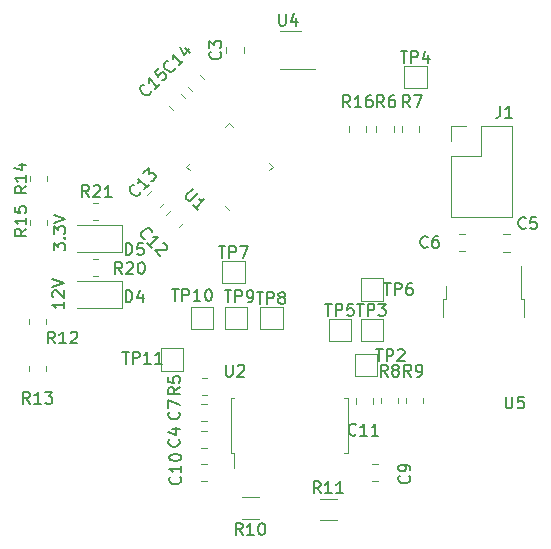
<source format=gto>
G04 #@! TF.GenerationSoftware,KiCad,Pcbnew,(5.1.12)-1*
G04 #@! TF.CreationDate,2022-08-25T21:37:31-05:00*
G04 #@! TF.ProjectId,Stepper_Motor_Controller,53746570-7065-4725-9f4d-6f746f725f43,rev?*
G04 #@! TF.SameCoordinates,Original*
G04 #@! TF.FileFunction,Legend,Top*
G04 #@! TF.FilePolarity,Positive*
%FSLAX46Y46*%
G04 Gerber Fmt 4.6, Leading zero omitted, Abs format (unit mm)*
G04 Created by KiCad (PCBNEW (5.1.12)-1) date 2022-08-25 21:37:31*
%MOMM*%
%LPD*%
G01*
G04 APERTURE LIST*
%ADD10C,0.150000*%
%ADD11C,0.120000*%
%ADD12C,0.100000*%
%ADD13R,1.500000X1.500000*%
%ADD14C,1.700000*%
%ADD15O,2.000000X2.000000*%
%ADD16R,2.000000X2.000000*%
%ADD17C,1.800000*%
%ADD18C,2.300000*%
%ADD19C,2.900000*%
%ADD20R,5.800000X6.400000*%
%ADD21R,1.200000X2.750000*%
%ADD22R,1.560000X0.650000*%
%ADD23R,5.400000X2.850000*%
%ADD24O,1.700000X1.700000*%
%ADD25R,1.700000X1.700000*%
G04 APERTURE END LIST*
D10*
X80052380Y-99676190D02*
X80052380Y-99057142D01*
X80433333Y-99390476D01*
X80433333Y-99247619D01*
X80480952Y-99152380D01*
X80528571Y-99104761D01*
X80623809Y-99057142D01*
X80861904Y-99057142D01*
X80957142Y-99104761D01*
X81004761Y-99152380D01*
X81052380Y-99247619D01*
X81052380Y-99533333D01*
X81004761Y-99628571D01*
X80957142Y-99676190D01*
X80957142Y-98628571D02*
X81004761Y-98580952D01*
X81052380Y-98628571D01*
X81004761Y-98676190D01*
X80957142Y-98628571D01*
X81052380Y-98628571D01*
X80052380Y-98247619D02*
X80052380Y-97628571D01*
X80433333Y-97961904D01*
X80433333Y-97819047D01*
X80480952Y-97723809D01*
X80528571Y-97676190D01*
X80623809Y-97628571D01*
X80861904Y-97628571D01*
X80957142Y-97676190D01*
X81004761Y-97723809D01*
X81052380Y-97819047D01*
X81052380Y-98104761D01*
X81004761Y-98200000D01*
X80957142Y-98247619D01*
X80052380Y-97342857D02*
X81052380Y-97009523D01*
X80052380Y-96676190D01*
X80952380Y-104019047D02*
X80952380Y-104590476D01*
X80952380Y-104304761D02*
X79952380Y-104304761D01*
X80095238Y-104400000D01*
X80190476Y-104495238D01*
X80238095Y-104590476D01*
X80047619Y-103638095D02*
X80000000Y-103590476D01*
X79952380Y-103495238D01*
X79952380Y-103257142D01*
X80000000Y-103161904D01*
X80047619Y-103114285D01*
X80142857Y-103066666D01*
X80238095Y-103066666D01*
X80380952Y-103114285D01*
X80952380Y-103685714D01*
X80952380Y-103066666D01*
X79952380Y-102780952D02*
X80952380Y-102447619D01*
X79952380Y-102114285D01*
D11*
X83827064Y-97135000D02*
X83372936Y-97135000D01*
X83827064Y-95665000D02*
X83372936Y-95665000D01*
X83827064Y-101835000D02*
X83372936Y-101835000D01*
X83827064Y-100365000D02*
X83372936Y-100365000D01*
X82000000Y-99835000D02*
X85885000Y-99835000D01*
X85885000Y-99835000D02*
X85885000Y-97565000D01*
X85885000Y-97565000D02*
X82000000Y-97565000D01*
X82000000Y-104535000D02*
X85885000Y-104535000D01*
X85885000Y-104535000D02*
X85885000Y-102265000D01*
X85885000Y-102265000D02*
X82000000Y-102265000D01*
X111335000Y-112627064D02*
X111335000Y-112172936D01*
X109865000Y-112627064D02*
X109865000Y-112172936D01*
X105065000Y-89627064D02*
X105065000Y-89172936D01*
X106535000Y-89627064D02*
X106535000Y-89172936D01*
X79535000Y-97072936D02*
X79535000Y-97527064D01*
X78065000Y-97072936D02*
X78065000Y-97527064D01*
X79535000Y-93372936D02*
X79535000Y-93827064D01*
X78065000Y-93372936D02*
X78065000Y-93827064D01*
X79435000Y-109472936D02*
X79435000Y-109927064D01*
X77965000Y-109472936D02*
X77965000Y-109927064D01*
X79435000Y-105472936D02*
X79435000Y-105927064D01*
X77965000Y-105472936D02*
X77965000Y-105927064D01*
X91573098Y-92907556D02*
X91237223Y-92571680D01*
X91237223Y-92571680D02*
X91573098Y-92235804D01*
X98283542Y-92235804D02*
X98619417Y-92571680D01*
X98619417Y-92571680D02*
X98283542Y-92907556D01*
X95264196Y-89216458D02*
X94928320Y-88880583D01*
X94928320Y-88880583D02*
X94592444Y-89216458D01*
X94592444Y-95926902D02*
X94928320Y-96262777D01*
X89150000Y-107950000D02*
X91050000Y-107950000D01*
X91050000Y-107950000D02*
X91050000Y-109850000D01*
X91050000Y-109850000D02*
X89150000Y-109850000D01*
X89150000Y-109850000D02*
X89150000Y-107950000D01*
X91650000Y-104450000D02*
X93550000Y-104450000D01*
X93550000Y-104450000D02*
X93550000Y-106350000D01*
X93550000Y-106350000D02*
X91650000Y-106350000D01*
X91650000Y-106350000D02*
X91650000Y-104450000D01*
X94550000Y-104450000D02*
X96450000Y-104450000D01*
X96450000Y-104450000D02*
X96450000Y-106350000D01*
X96450000Y-106350000D02*
X94550000Y-106350000D01*
X94550000Y-106350000D02*
X94550000Y-104450000D01*
X97550000Y-104450000D02*
X99450000Y-104450000D01*
X99450000Y-104450000D02*
X99450000Y-106350000D01*
X99450000Y-106350000D02*
X97550000Y-106350000D01*
X97550000Y-106350000D02*
X97550000Y-104450000D01*
X94350000Y-100550000D02*
X96250000Y-100550000D01*
X96250000Y-100550000D02*
X96250000Y-102450000D01*
X96250000Y-102450000D02*
X94350000Y-102450000D01*
X94350000Y-102450000D02*
X94350000Y-100550000D01*
X106050000Y-102050000D02*
X107950000Y-102050000D01*
X107950000Y-102050000D02*
X107950000Y-103950000D01*
X107950000Y-103950000D02*
X106050000Y-103950000D01*
X106050000Y-103950000D02*
X106050000Y-102050000D01*
X103350000Y-105450000D02*
X105250000Y-105450000D01*
X105250000Y-105450000D02*
X105250000Y-107350000D01*
X105250000Y-107350000D02*
X103350000Y-107350000D01*
X103350000Y-107350000D02*
X103350000Y-105450000D01*
X109750000Y-84050000D02*
X111650000Y-84050000D01*
X111650000Y-84050000D02*
X111650000Y-85950000D01*
X111650000Y-85950000D02*
X109750000Y-85950000D01*
X109750000Y-85950000D02*
X109750000Y-84050000D01*
X106050000Y-105450000D02*
X107950000Y-105450000D01*
X107950000Y-105450000D02*
X107950000Y-107350000D01*
X107950000Y-107350000D02*
X106050000Y-107350000D01*
X106050000Y-107350000D02*
X106050000Y-105450000D01*
X105550000Y-108450000D02*
X107450000Y-108450000D01*
X107450000Y-108450000D02*
X107450000Y-110350000D01*
X107450000Y-110350000D02*
X105550000Y-110350000D01*
X105550000Y-110350000D02*
X105550000Y-108450000D01*
X109235000Y-112172936D02*
X109235000Y-112627064D01*
X107765000Y-112172936D02*
X107765000Y-112627064D01*
X111035000Y-89172936D02*
X111035000Y-89627064D01*
X109565000Y-89172936D02*
X109565000Y-89627064D01*
X108835000Y-89172936D02*
X108835000Y-89627064D01*
X107365000Y-89172936D02*
X107365000Y-89627064D01*
X92585436Y-110465000D02*
X93039564Y-110465000D01*
X92585436Y-111935000D02*
X93039564Y-111935000D01*
X90165010Y-87804457D02*
X89795543Y-87434990D01*
X91204457Y-86765010D02*
X90834990Y-86395543D01*
X91765010Y-86204457D02*
X91395543Y-85834990D01*
X92804457Y-85165010D02*
X92434990Y-84795543D01*
X89404457Y-95634990D02*
X89034990Y-96004457D01*
X88365010Y-94595543D02*
X87995543Y-94965010D01*
X91004457Y-97334990D02*
X90634990Y-97704457D01*
X89965010Y-96295543D02*
X89595543Y-96665010D01*
X102572936Y-120690000D02*
X104027064Y-120690000D01*
X102572936Y-122510000D02*
X104027064Y-122510000D01*
X97427064Y-122410000D02*
X95972936Y-122410000D01*
X97427064Y-120590000D02*
X95972936Y-120590000D01*
X105665000Y-112661252D02*
X105665000Y-112138748D01*
X107135000Y-112661252D02*
X107135000Y-112138748D01*
X92538748Y-117765000D02*
X93061252Y-117765000D01*
X92538748Y-119235000D02*
X93061252Y-119235000D01*
X107561252Y-119235000D02*
X107038748Y-119235000D01*
X107561252Y-117765000D02*
X107038748Y-117765000D01*
X93061252Y-114135000D02*
X92538748Y-114135000D01*
X93061252Y-112665000D02*
X92538748Y-112665000D01*
X114338748Y-99735000D02*
X114861252Y-99735000D01*
X114338748Y-98265000D02*
X114861252Y-98265000D01*
X118661252Y-98315000D02*
X118138748Y-98315000D01*
X118661252Y-99785000D02*
X118138748Y-99785000D01*
X113295000Y-103830000D02*
X113295000Y-102730000D01*
X113025000Y-103830000D02*
X113295000Y-103830000D01*
X113025000Y-105330000D02*
X113025000Y-103830000D01*
X119655000Y-103830000D02*
X119655000Y-101000000D01*
X119925000Y-103830000D02*
X119655000Y-103830000D01*
X119925000Y-105330000D02*
X119925000Y-103830000D01*
X93061252Y-114965000D02*
X92538748Y-114965000D01*
X93061252Y-116435000D02*
X92538748Y-116435000D01*
X94665000Y-82438748D02*
X94665000Y-82961252D01*
X96135000Y-82438748D02*
X96135000Y-82961252D01*
X101000000Y-81090000D02*
X99200000Y-81090000D01*
X99200000Y-84310000D02*
X102150000Y-84310000D01*
X104960000Y-114500000D02*
X104960000Y-112190000D01*
X104960000Y-112190000D02*
X104685000Y-112190000D01*
X104960000Y-114500000D02*
X104960000Y-116810000D01*
X104960000Y-116810000D02*
X104685000Y-116810000D01*
X95040000Y-114500000D02*
X95040000Y-112190000D01*
X95040000Y-112190000D02*
X95315000Y-112190000D01*
X95040000Y-114500000D02*
X95040000Y-116810000D01*
X95040000Y-116810000D02*
X95315000Y-116810000D01*
X95315000Y-116810000D02*
X95315000Y-118100000D01*
X113670000Y-96860000D02*
X118870000Y-96860000D01*
X113670000Y-91720000D02*
X113670000Y-96860000D01*
X118870000Y-89120000D02*
X118870000Y-96860000D01*
X113670000Y-91720000D02*
X116270000Y-91720000D01*
X116270000Y-91720000D02*
X116270000Y-89120000D01*
X116270000Y-89120000D02*
X118870000Y-89120000D01*
X113670000Y-90450000D02*
X113670000Y-89120000D01*
X113670000Y-89120000D02*
X115000000Y-89120000D01*
D10*
X83057142Y-95152380D02*
X82723809Y-94676190D01*
X82485714Y-95152380D02*
X82485714Y-94152380D01*
X82866666Y-94152380D01*
X82961904Y-94200000D01*
X83009523Y-94247619D01*
X83057142Y-94342857D01*
X83057142Y-94485714D01*
X83009523Y-94580952D01*
X82961904Y-94628571D01*
X82866666Y-94676190D01*
X82485714Y-94676190D01*
X83438095Y-94247619D02*
X83485714Y-94200000D01*
X83580952Y-94152380D01*
X83819047Y-94152380D01*
X83914285Y-94200000D01*
X83961904Y-94247619D01*
X84009523Y-94342857D01*
X84009523Y-94438095D01*
X83961904Y-94580952D01*
X83390476Y-95152380D01*
X84009523Y-95152380D01*
X84961904Y-95152380D02*
X84390476Y-95152380D01*
X84676190Y-95152380D02*
X84676190Y-94152380D01*
X84580952Y-94295238D01*
X84485714Y-94390476D01*
X84390476Y-94438095D01*
X85857142Y-101652380D02*
X85523809Y-101176190D01*
X85285714Y-101652380D02*
X85285714Y-100652380D01*
X85666666Y-100652380D01*
X85761904Y-100700000D01*
X85809523Y-100747619D01*
X85857142Y-100842857D01*
X85857142Y-100985714D01*
X85809523Y-101080952D01*
X85761904Y-101128571D01*
X85666666Y-101176190D01*
X85285714Y-101176190D01*
X86238095Y-100747619D02*
X86285714Y-100700000D01*
X86380952Y-100652380D01*
X86619047Y-100652380D01*
X86714285Y-100700000D01*
X86761904Y-100747619D01*
X86809523Y-100842857D01*
X86809523Y-100938095D01*
X86761904Y-101080952D01*
X86190476Y-101652380D01*
X86809523Y-101652380D01*
X87428571Y-100652380D02*
X87523809Y-100652380D01*
X87619047Y-100700000D01*
X87666666Y-100747619D01*
X87714285Y-100842857D01*
X87761904Y-101033333D01*
X87761904Y-101271428D01*
X87714285Y-101461904D01*
X87666666Y-101557142D01*
X87619047Y-101604761D01*
X87523809Y-101652380D01*
X87428571Y-101652380D01*
X87333333Y-101604761D01*
X87285714Y-101557142D01*
X87238095Y-101461904D01*
X87190476Y-101271428D01*
X87190476Y-101033333D01*
X87238095Y-100842857D01*
X87285714Y-100747619D01*
X87333333Y-100700000D01*
X87428571Y-100652380D01*
X86161904Y-100052380D02*
X86161904Y-99052380D01*
X86400000Y-99052380D01*
X86542857Y-99100000D01*
X86638095Y-99195238D01*
X86685714Y-99290476D01*
X86733333Y-99480952D01*
X86733333Y-99623809D01*
X86685714Y-99814285D01*
X86638095Y-99909523D01*
X86542857Y-100004761D01*
X86400000Y-100052380D01*
X86161904Y-100052380D01*
X87638095Y-99052380D02*
X87161904Y-99052380D01*
X87114285Y-99528571D01*
X87161904Y-99480952D01*
X87257142Y-99433333D01*
X87495238Y-99433333D01*
X87590476Y-99480952D01*
X87638095Y-99528571D01*
X87685714Y-99623809D01*
X87685714Y-99861904D01*
X87638095Y-99957142D01*
X87590476Y-100004761D01*
X87495238Y-100052380D01*
X87257142Y-100052380D01*
X87161904Y-100004761D01*
X87114285Y-99957142D01*
X86161904Y-104052380D02*
X86161904Y-103052380D01*
X86400000Y-103052380D01*
X86542857Y-103100000D01*
X86638095Y-103195238D01*
X86685714Y-103290476D01*
X86733333Y-103480952D01*
X86733333Y-103623809D01*
X86685714Y-103814285D01*
X86638095Y-103909523D01*
X86542857Y-104004761D01*
X86400000Y-104052380D01*
X86161904Y-104052380D01*
X87590476Y-103385714D02*
X87590476Y-104052380D01*
X87352380Y-103004761D02*
X87114285Y-103719047D01*
X87733333Y-103719047D01*
X110333333Y-110352380D02*
X110000000Y-109876190D01*
X109761904Y-110352380D02*
X109761904Y-109352380D01*
X110142857Y-109352380D01*
X110238095Y-109400000D01*
X110285714Y-109447619D01*
X110333333Y-109542857D01*
X110333333Y-109685714D01*
X110285714Y-109780952D01*
X110238095Y-109828571D01*
X110142857Y-109876190D01*
X109761904Y-109876190D01*
X110809523Y-110352380D02*
X111000000Y-110352380D01*
X111095238Y-110304761D01*
X111142857Y-110257142D01*
X111238095Y-110114285D01*
X111285714Y-109923809D01*
X111285714Y-109542857D01*
X111238095Y-109447619D01*
X111190476Y-109400000D01*
X111095238Y-109352380D01*
X110904761Y-109352380D01*
X110809523Y-109400000D01*
X110761904Y-109447619D01*
X110714285Y-109542857D01*
X110714285Y-109780952D01*
X110761904Y-109876190D01*
X110809523Y-109923809D01*
X110904761Y-109971428D01*
X111095238Y-109971428D01*
X111190476Y-109923809D01*
X111238095Y-109876190D01*
X111285714Y-109780952D01*
X105157142Y-87552380D02*
X104823809Y-87076190D01*
X104585714Y-87552380D02*
X104585714Y-86552380D01*
X104966666Y-86552380D01*
X105061904Y-86600000D01*
X105109523Y-86647619D01*
X105157142Y-86742857D01*
X105157142Y-86885714D01*
X105109523Y-86980952D01*
X105061904Y-87028571D01*
X104966666Y-87076190D01*
X104585714Y-87076190D01*
X106109523Y-87552380D02*
X105538095Y-87552380D01*
X105823809Y-87552380D02*
X105823809Y-86552380D01*
X105728571Y-86695238D01*
X105633333Y-86790476D01*
X105538095Y-86838095D01*
X106966666Y-86552380D02*
X106776190Y-86552380D01*
X106680952Y-86600000D01*
X106633333Y-86647619D01*
X106538095Y-86790476D01*
X106490476Y-86980952D01*
X106490476Y-87361904D01*
X106538095Y-87457142D01*
X106585714Y-87504761D01*
X106680952Y-87552380D01*
X106871428Y-87552380D01*
X106966666Y-87504761D01*
X107014285Y-87457142D01*
X107061904Y-87361904D01*
X107061904Y-87123809D01*
X107014285Y-87028571D01*
X106966666Y-86980952D01*
X106871428Y-86933333D01*
X106680952Y-86933333D01*
X106585714Y-86980952D01*
X106538095Y-87028571D01*
X106490476Y-87123809D01*
X77752380Y-97842857D02*
X77276190Y-98176190D01*
X77752380Y-98414285D02*
X76752380Y-98414285D01*
X76752380Y-98033333D01*
X76800000Y-97938095D01*
X76847619Y-97890476D01*
X76942857Y-97842857D01*
X77085714Y-97842857D01*
X77180952Y-97890476D01*
X77228571Y-97938095D01*
X77276190Y-98033333D01*
X77276190Y-98414285D01*
X77752380Y-96890476D02*
X77752380Y-97461904D01*
X77752380Y-97176190D02*
X76752380Y-97176190D01*
X76895238Y-97271428D01*
X76990476Y-97366666D01*
X77038095Y-97461904D01*
X76752380Y-95985714D02*
X76752380Y-96461904D01*
X77228571Y-96509523D01*
X77180952Y-96461904D01*
X77133333Y-96366666D01*
X77133333Y-96128571D01*
X77180952Y-96033333D01*
X77228571Y-95985714D01*
X77323809Y-95938095D01*
X77561904Y-95938095D01*
X77657142Y-95985714D01*
X77704761Y-96033333D01*
X77752380Y-96128571D01*
X77752380Y-96366666D01*
X77704761Y-96461904D01*
X77657142Y-96509523D01*
X77752380Y-94242857D02*
X77276190Y-94576190D01*
X77752380Y-94814285D02*
X76752380Y-94814285D01*
X76752380Y-94433333D01*
X76800000Y-94338095D01*
X76847619Y-94290476D01*
X76942857Y-94242857D01*
X77085714Y-94242857D01*
X77180952Y-94290476D01*
X77228571Y-94338095D01*
X77276190Y-94433333D01*
X77276190Y-94814285D01*
X77752380Y-93290476D02*
X77752380Y-93861904D01*
X77752380Y-93576190D02*
X76752380Y-93576190D01*
X76895238Y-93671428D01*
X76990476Y-93766666D01*
X77038095Y-93861904D01*
X77085714Y-92433333D02*
X77752380Y-92433333D01*
X76704761Y-92671428D02*
X77419047Y-92909523D01*
X77419047Y-92290476D01*
X78057142Y-112652380D02*
X77723809Y-112176190D01*
X77485714Y-112652380D02*
X77485714Y-111652380D01*
X77866666Y-111652380D01*
X77961904Y-111700000D01*
X78009523Y-111747619D01*
X78057142Y-111842857D01*
X78057142Y-111985714D01*
X78009523Y-112080952D01*
X77961904Y-112128571D01*
X77866666Y-112176190D01*
X77485714Y-112176190D01*
X79009523Y-112652380D02*
X78438095Y-112652380D01*
X78723809Y-112652380D02*
X78723809Y-111652380D01*
X78628571Y-111795238D01*
X78533333Y-111890476D01*
X78438095Y-111938095D01*
X79342857Y-111652380D02*
X79961904Y-111652380D01*
X79628571Y-112033333D01*
X79771428Y-112033333D01*
X79866666Y-112080952D01*
X79914285Y-112128571D01*
X79961904Y-112223809D01*
X79961904Y-112461904D01*
X79914285Y-112557142D01*
X79866666Y-112604761D01*
X79771428Y-112652380D01*
X79485714Y-112652380D01*
X79390476Y-112604761D01*
X79342857Y-112557142D01*
X80157142Y-107552380D02*
X79823809Y-107076190D01*
X79585714Y-107552380D02*
X79585714Y-106552380D01*
X79966666Y-106552380D01*
X80061904Y-106600000D01*
X80109523Y-106647619D01*
X80157142Y-106742857D01*
X80157142Y-106885714D01*
X80109523Y-106980952D01*
X80061904Y-107028571D01*
X79966666Y-107076190D01*
X79585714Y-107076190D01*
X81109523Y-107552380D02*
X80538095Y-107552380D01*
X80823809Y-107552380D02*
X80823809Y-106552380D01*
X80728571Y-106695238D01*
X80633333Y-106790476D01*
X80538095Y-106838095D01*
X81490476Y-106647619D02*
X81538095Y-106600000D01*
X81633333Y-106552380D01*
X81871428Y-106552380D01*
X81966666Y-106600000D01*
X82014285Y-106647619D01*
X82061904Y-106742857D01*
X82061904Y-106838095D01*
X82014285Y-106980952D01*
X81442857Y-107552380D01*
X82061904Y-107552380D01*
X91876797Y-94445706D02*
X91304377Y-95018126D01*
X91270705Y-95119141D01*
X91270705Y-95186485D01*
X91304377Y-95287500D01*
X91439064Y-95422187D01*
X91540079Y-95455859D01*
X91607423Y-95455859D01*
X91708438Y-95422187D01*
X92280858Y-94849767D01*
X92280858Y-96263981D02*
X91876797Y-95859920D01*
X92078827Y-96061950D02*
X92785934Y-95354844D01*
X92617575Y-95388515D01*
X92482888Y-95388515D01*
X92381873Y-95354844D01*
X85861904Y-108252380D02*
X86433333Y-108252380D01*
X86147619Y-109252380D02*
X86147619Y-108252380D01*
X86766666Y-109252380D02*
X86766666Y-108252380D01*
X87147619Y-108252380D01*
X87242857Y-108300000D01*
X87290476Y-108347619D01*
X87338095Y-108442857D01*
X87338095Y-108585714D01*
X87290476Y-108680952D01*
X87242857Y-108728571D01*
X87147619Y-108776190D01*
X86766666Y-108776190D01*
X88290476Y-109252380D02*
X87719047Y-109252380D01*
X88004761Y-109252380D02*
X88004761Y-108252380D01*
X87909523Y-108395238D01*
X87814285Y-108490476D01*
X87719047Y-108538095D01*
X89242857Y-109252380D02*
X88671428Y-109252380D01*
X88957142Y-109252380D02*
X88957142Y-108252380D01*
X88861904Y-108395238D01*
X88766666Y-108490476D01*
X88671428Y-108538095D01*
X90061904Y-102952380D02*
X90633333Y-102952380D01*
X90347619Y-103952380D02*
X90347619Y-102952380D01*
X90966666Y-103952380D02*
X90966666Y-102952380D01*
X91347619Y-102952380D01*
X91442857Y-103000000D01*
X91490476Y-103047619D01*
X91538095Y-103142857D01*
X91538095Y-103285714D01*
X91490476Y-103380952D01*
X91442857Y-103428571D01*
X91347619Y-103476190D01*
X90966666Y-103476190D01*
X92490476Y-103952380D02*
X91919047Y-103952380D01*
X92204761Y-103952380D02*
X92204761Y-102952380D01*
X92109523Y-103095238D01*
X92014285Y-103190476D01*
X91919047Y-103238095D01*
X93109523Y-102952380D02*
X93204761Y-102952380D01*
X93300000Y-103000000D01*
X93347619Y-103047619D01*
X93395238Y-103142857D01*
X93442857Y-103333333D01*
X93442857Y-103571428D01*
X93395238Y-103761904D01*
X93347619Y-103857142D01*
X93300000Y-103904761D01*
X93204761Y-103952380D01*
X93109523Y-103952380D01*
X93014285Y-103904761D01*
X92966666Y-103857142D01*
X92919047Y-103761904D01*
X92871428Y-103571428D01*
X92871428Y-103333333D01*
X92919047Y-103142857D01*
X92966666Y-103047619D01*
X93014285Y-103000000D01*
X93109523Y-102952380D01*
X94538095Y-103052380D02*
X95109523Y-103052380D01*
X94823809Y-104052380D02*
X94823809Y-103052380D01*
X95442857Y-104052380D02*
X95442857Y-103052380D01*
X95823809Y-103052380D01*
X95919047Y-103100000D01*
X95966666Y-103147619D01*
X96014285Y-103242857D01*
X96014285Y-103385714D01*
X95966666Y-103480952D01*
X95919047Y-103528571D01*
X95823809Y-103576190D01*
X95442857Y-103576190D01*
X96490476Y-104052380D02*
X96680952Y-104052380D01*
X96776190Y-104004761D01*
X96823809Y-103957142D01*
X96919047Y-103814285D01*
X96966666Y-103623809D01*
X96966666Y-103242857D01*
X96919047Y-103147619D01*
X96871428Y-103100000D01*
X96776190Y-103052380D01*
X96585714Y-103052380D01*
X96490476Y-103100000D01*
X96442857Y-103147619D01*
X96395238Y-103242857D01*
X96395238Y-103480952D01*
X96442857Y-103576190D01*
X96490476Y-103623809D01*
X96585714Y-103671428D01*
X96776190Y-103671428D01*
X96871428Y-103623809D01*
X96919047Y-103576190D01*
X96966666Y-103480952D01*
X97238095Y-103204380D02*
X97809523Y-103204380D01*
X97523809Y-104204380D02*
X97523809Y-103204380D01*
X98142857Y-104204380D02*
X98142857Y-103204380D01*
X98523809Y-103204380D01*
X98619047Y-103252000D01*
X98666666Y-103299619D01*
X98714285Y-103394857D01*
X98714285Y-103537714D01*
X98666666Y-103632952D01*
X98619047Y-103680571D01*
X98523809Y-103728190D01*
X98142857Y-103728190D01*
X99285714Y-103632952D02*
X99190476Y-103585333D01*
X99142857Y-103537714D01*
X99095238Y-103442476D01*
X99095238Y-103394857D01*
X99142857Y-103299619D01*
X99190476Y-103252000D01*
X99285714Y-103204380D01*
X99476190Y-103204380D01*
X99571428Y-103252000D01*
X99619047Y-103299619D01*
X99666666Y-103394857D01*
X99666666Y-103442476D01*
X99619047Y-103537714D01*
X99571428Y-103585333D01*
X99476190Y-103632952D01*
X99285714Y-103632952D01*
X99190476Y-103680571D01*
X99142857Y-103728190D01*
X99095238Y-103823428D01*
X99095238Y-104013904D01*
X99142857Y-104109142D01*
X99190476Y-104156761D01*
X99285714Y-104204380D01*
X99476190Y-104204380D01*
X99571428Y-104156761D01*
X99619047Y-104109142D01*
X99666666Y-104013904D01*
X99666666Y-103823428D01*
X99619047Y-103728190D01*
X99571428Y-103680571D01*
X99476190Y-103632952D01*
X94038095Y-99304380D02*
X94609523Y-99304380D01*
X94323809Y-100304380D02*
X94323809Y-99304380D01*
X94942857Y-100304380D02*
X94942857Y-99304380D01*
X95323809Y-99304380D01*
X95419047Y-99352000D01*
X95466666Y-99399619D01*
X95514285Y-99494857D01*
X95514285Y-99637714D01*
X95466666Y-99732952D01*
X95419047Y-99780571D01*
X95323809Y-99828190D01*
X94942857Y-99828190D01*
X95847619Y-99304380D02*
X96514285Y-99304380D01*
X96085714Y-100304380D01*
X108038095Y-102452380D02*
X108609523Y-102452380D01*
X108323809Y-103452380D02*
X108323809Y-102452380D01*
X108942857Y-103452380D02*
X108942857Y-102452380D01*
X109323809Y-102452380D01*
X109419047Y-102500000D01*
X109466666Y-102547619D01*
X109514285Y-102642857D01*
X109514285Y-102785714D01*
X109466666Y-102880952D01*
X109419047Y-102928571D01*
X109323809Y-102976190D01*
X108942857Y-102976190D01*
X110371428Y-102452380D02*
X110180952Y-102452380D01*
X110085714Y-102500000D01*
X110038095Y-102547619D01*
X109942857Y-102690476D01*
X109895238Y-102880952D01*
X109895238Y-103261904D01*
X109942857Y-103357142D01*
X109990476Y-103404761D01*
X110085714Y-103452380D01*
X110276190Y-103452380D01*
X110371428Y-103404761D01*
X110419047Y-103357142D01*
X110466666Y-103261904D01*
X110466666Y-103023809D01*
X110419047Y-102928571D01*
X110371428Y-102880952D01*
X110276190Y-102833333D01*
X110085714Y-102833333D01*
X109990476Y-102880952D01*
X109942857Y-102928571D01*
X109895238Y-103023809D01*
X103038095Y-104204380D02*
X103609523Y-104204380D01*
X103323809Y-105204380D02*
X103323809Y-104204380D01*
X103942857Y-105204380D02*
X103942857Y-104204380D01*
X104323809Y-104204380D01*
X104419047Y-104252000D01*
X104466666Y-104299619D01*
X104514285Y-104394857D01*
X104514285Y-104537714D01*
X104466666Y-104632952D01*
X104419047Y-104680571D01*
X104323809Y-104728190D01*
X103942857Y-104728190D01*
X105419047Y-104204380D02*
X104942857Y-104204380D01*
X104895238Y-104680571D01*
X104942857Y-104632952D01*
X105038095Y-104585333D01*
X105276190Y-104585333D01*
X105371428Y-104632952D01*
X105419047Y-104680571D01*
X105466666Y-104775809D01*
X105466666Y-105013904D01*
X105419047Y-105109142D01*
X105371428Y-105156761D01*
X105276190Y-105204380D01*
X105038095Y-105204380D01*
X104942857Y-105156761D01*
X104895238Y-105109142D01*
X109438095Y-82804380D02*
X110009523Y-82804380D01*
X109723809Y-83804380D02*
X109723809Y-82804380D01*
X110342857Y-83804380D02*
X110342857Y-82804380D01*
X110723809Y-82804380D01*
X110819047Y-82852000D01*
X110866666Y-82899619D01*
X110914285Y-82994857D01*
X110914285Y-83137714D01*
X110866666Y-83232952D01*
X110819047Y-83280571D01*
X110723809Y-83328190D01*
X110342857Y-83328190D01*
X111771428Y-83137714D02*
X111771428Y-83804380D01*
X111533333Y-82756761D02*
X111295238Y-83471047D01*
X111914285Y-83471047D01*
X105738095Y-104204380D02*
X106309523Y-104204380D01*
X106023809Y-105204380D02*
X106023809Y-104204380D01*
X106642857Y-105204380D02*
X106642857Y-104204380D01*
X107023809Y-104204380D01*
X107119047Y-104252000D01*
X107166666Y-104299619D01*
X107214285Y-104394857D01*
X107214285Y-104537714D01*
X107166666Y-104632952D01*
X107119047Y-104680571D01*
X107023809Y-104728190D01*
X106642857Y-104728190D01*
X107547619Y-104204380D02*
X108166666Y-104204380D01*
X107833333Y-104585333D01*
X107976190Y-104585333D01*
X108071428Y-104632952D01*
X108119047Y-104680571D01*
X108166666Y-104775809D01*
X108166666Y-105013904D01*
X108119047Y-105109142D01*
X108071428Y-105156761D01*
X107976190Y-105204380D01*
X107690476Y-105204380D01*
X107595238Y-105156761D01*
X107547619Y-105109142D01*
X107338095Y-108052380D02*
X107909523Y-108052380D01*
X107623809Y-109052380D02*
X107623809Y-108052380D01*
X108242857Y-109052380D02*
X108242857Y-108052380D01*
X108623809Y-108052380D01*
X108719047Y-108100000D01*
X108766666Y-108147619D01*
X108814285Y-108242857D01*
X108814285Y-108385714D01*
X108766666Y-108480952D01*
X108719047Y-108528571D01*
X108623809Y-108576190D01*
X108242857Y-108576190D01*
X109195238Y-108147619D02*
X109242857Y-108100000D01*
X109338095Y-108052380D01*
X109576190Y-108052380D01*
X109671428Y-108100000D01*
X109719047Y-108147619D01*
X109766666Y-108242857D01*
X109766666Y-108338095D01*
X109719047Y-108480952D01*
X109147619Y-109052380D01*
X109766666Y-109052380D01*
X108333333Y-110352380D02*
X108000000Y-109876190D01*
X107761904Y-110352380D02*
X107761904Y-109352380D01*
X108142857Y-109352380D01*
X108238095Y-109400000D01*
X108285714Y-109447619D01*
X108333333Y-109542857D01*
X108333333Y-109685714D01*
X108285714Y-109780952D01*
X108238095Y-109828571D01*
X108142857Y-109876190D01*
X107761904Y-109876190D01*
X108904761Y-109780952D02*
X108809523Y-109733333D01*
X108761904Y-109685714D01*
X108714285Y-109590476D01*
X108714285Y-109542857D01*
X108761904Y-109447619D01*
X108809523Y-109400000D01*
X108904761Y-109352380D01*
X109095238Y-109352380D01*
X109190476Y-109400000D01*
X109238095Y-109447619D01*
X109285714Y-109542857D01*
X109285714Y-109590476D01*
X109238095Y-109685714D01*
X109190476Y-109733333D01*
X109095238Y-109780952D01*
X108904761Y-109780952D01*
X108809523Y-109828571D01*
X108761904Y-109876190D01*
X108714285Y-109971428D01*
X108714285Y-110161904D01*
X108761904Y-110257142D01*
X108809523Y-110304761D01*
X108904761Y-110352380D01*
X109095238Y-110352380D01*
X109190476Y-110304761D01*
X109238095Y-110257142D01*
X109285714Y-110161904D01*
X109285714Y-109971428D01*
X109238095Y-109876190D01*
X109190476Y-109828571D01*
X109095238Y-109780952D01*
X110233333Y-87552380D02*
X109900000Y-87076190D01*
X109661904Y-87552380D02*
X109661904Y-86552380D01*
X110042857Y-86552380D01*
X110138095Y-86600000D01*
X110185714Y-86647619D01*
X110233333Y-86742857D01*
X110233333Y-86885714D01*
X110185714Y-86980952D01*
X110138095Y-87028571D01*
X110042857Y-87076190D01*
X109661904Y-87076190D01*
X110566666Y-86552380D02*
X111233333Y-86552380D01*
X110804761Y-87552380D01*
X108033333Y-87552380D02*
X107700000Y-87076190D01*
X107461904Y-87552380D02*
X107461904Y-86552380D01*
X107842857Y-86552380D01*
X107938095Y-86600000D01*
X107985714Y-86647619D01*
X108033333Y-86742857D01*
X108033333Y-86885714D01*
X107985714Y-86980952D01*
X107938095Y-87028571D01*
X107842857Y-87076190D01*
X107461904Y-87076190D01*
X108890476Y-86552380D02*
X108700000Y-86552380D01*
X108604761Y-86600000D01*
X108557142Y-86647619D01*
X108461904Y-86790476D01*
X108414285Y-86980952D01*
X108414285Y-87361904D01*
X108461904Y-87457142D01*
X108509523Y-87504761D01*
X108604761Y-87552380D01*
X108795238Y-87552380D01*
X108890476Y-87504761D01*
X108938095Y-87457142D01*
X108985714Y-87361904D01*
X108985714Y-87123809D01*
X108938095Y-87028571D01*
X108890476Y-86980952D01*
X108795238Y-86933333D01*
X108604761Y-86933333D01*
X108509523Y-86980952D01*
X108461904Y-87028571D01*
X108414285Y-87123809D01*
X90752380Y-111266666D02*
X90276190Y-111600000D01*
X90752380Y-111838095D02*
X89752380Y-111838095D01*
X89752380Y-111457142D01*
X89800000Y-111361904D01*
X89847619Y-111314285D01*
X89942857Y-111266666D01*
X90085714Y-111266666D01*
X90180952Y-111314285D01*
X90228571Y-111361904D01*
X90276190Y-111457142D01*
X90276190Y-111838095D01*
X89752380Y-110361904D02*
X89752380Y-110838095D01*
X90228571Y-110885714D01*
X90180952Y-110838095D01*
X90133333Y-110742857D01*
X90133333Y-110504761D01*
X90180952Y-110409523D01*
X90228571Y-110361904D01*
X90323809Y-110314285D01*
X90561904Y-110314285D01*
X90657142Y-110361904D01*
X90704761Y-110409523D01*
X90752380Y-110504761D01*
X90752380Y-110742857D01*
X90704761Y-110838095D01*
X90657142Y-110885714D01*
X88297969Y-86207106D02*
X88297969Y-86274450D01*
X88230625Y-86409137D01*
X88163282Y-86476480D01*
X88028595Y-86543824D01*
X87893908Y-86543824D01*
X87792893Y-86510152D01*
X87624534Y-86409137D01*
X87523519Y-86308122D01*
X87422503Y-86139763D01*
X87388832Y-86038748D01*
X87388832Y-85904061D01*
X87456175Y-85769374D01*
X87523519Y-85702030D01*
X87658206Y-85634687D01*
X87725549Y-85634687D01*
X89038748Y-85601015D02*
X88634687Y-86005076D01*
X88836717Y-85803045D02*
X88129610Y-85095938D01*
X88163282Y-85264297D01*
X88163282Y-85398984D01*
X88129610Y-85500000D01*
X88971404Y-84254145D02*
X88634687Y-84590862D01*
X88937732Y-84961251D01*
X88937732Y-84893908D01*
X88971404Y-84792893D01*
X89139763Y-84624534D01*
X89240778Y-84590862D01*
X89308122Y-84590862D01*
X89409137Y-84624534D01*
X89577496Y-84792893D01*
X89611167Y-84893908D01*
X89611167Y-84961251D01*
X89577496Y-85062267D01*
X89409137Y-85230625D01*
X89308122Y-85264297D01*
X89240778Y-85264297D01*
X90297969Y-84207106D02*
X90297969Y-84274450D01*
X90230625Y-84409137D01*
X90163282Y-84476480D01*
X90028595Y-84543824D01*
X89893908Y-84543824D01*
X89792893Y-84510152D01*
X89624534Y-84409137D01*
X89523519Y-84308122D01*
X89422503Y-84139763D01*
X89388832Y-84038748D01*
X89388832Y-83904061D01*
X89456175Y-83769374D01*
X89523519Y-83702030D01*
X89658206Y-83634687D01*
X89725549Y-83634687D01*
X91038748Y-83601015D02*
X90634687Y-84005076D01*
X90836717Y-83803045D02*
X90129610Y-83095938D01*
X90163282Y-83264297D01*
X90163282Y-83398984D01*
X90129610Y-83500000D01*
X91173435Y-82523519D02*
X91644839Y-82994923D01*
X90735702Y-82422503D02*
X91072419Y-83095938D01*
X91510152Y-82658206D01*
X87397969Y-94707106D02*
X87397969Y-94774450D01*
X87330625Y-94909137D01*
X87263282Y-94976480D01*
X87128595Y-95043824D01*
X86993908Y-95043824D01*
X86892893Y-95010152D01*
X86724534Y-94909137D01*
X86623519Y-94808122D01*
X86522503Y-94639763D01*
X86488832Y-94538748D01*
X86488832Y-94404061D01*
X86556175Y-94269374D01*
X86623519Y-94202030D01*
X86758206Y-94134687D01*
X86825549Y-94134687D01*
X88138748Y-94101015D02*
X87734687Y-94505076D01*
X87936717Y-94303045D02*
X87229610Y-93595938D01*
X87263282Y-93764297D01*
X87263282Y-93898984D01*
X87229610Y-94000000D01*
X87667343Y-93158206D02*
X88105076Y-92720473D01*
X88138748Y-93225549D01*
X88239763Y-93124534D01*
X88340778Y-93090862D01*
X88408122Y-93090862D01*
X88509137Y-93124534D01*
X88677496Y-93292893D01*
X88711167Y-93393908D01*
X88711167Y-93461251D01*
X88677496Y-93562267D01*
X88475465Y-93764297D01*
X88374450Y-93797969D01*
X88307106Y-93797969D01*
X87792893Y-98697969D02*
X87725549Y-98697969D01*
X87590862Y-98630625D01*
X87523519Y-98563282D01*
X87456175Y-98428595D01*
X87456175Y-98293908D01*
X87489847Y-98192893D01*
X87590862Y-98024534D01*
X87691877Y-97923519D01*
X87860236Y-97822503D01*
X87961251Y-97788832D01*
X88095938Y-97788832D01*
X88230625Y-97856175D01*
X88297969Y-97923519D01*
X88365312Y-98058206D01*
X88365312Y-98125549D01*
X88398984Y-99438748D02*
X87994923Y-99034687D01*
X88196954Y-99236717D02*
X88904061Y-98529610D01*
X88735702Y-98563282D01*
X88601015Y-98563282D01*
X88500000Y-98529610D01*
X89308122Y-99068358D02*
X89375465Y-99068358D01*
X89476480Y-99102030D01*
X89644839Y-99270389D01*
X89678511Y-99371404D01*
X89678511Y-99438748D01*
X89644839Y-99539763D01*
X89577496Y-99607106D01*
X89442809Y-99674450D01*
X88634687Y-99674450D01*
X89072419Y-100112183D01*
X102657142Y-120232380D02*
X102323809Y-119756190D01*
X102085714Y-120232380D02*
X102085714Y-119232380D01*
X102466666Y-119232380D01*
X102561904Y-119280000D01*
X102609523Y-119327619D01*
X102657142Y-119422857D01*
X102657142Y-119565714D01*
X102609523Y-119660952D01*
X102561904Y-119708571D01*
X102466666Y-119756190D01*
X102085714Y-119756190D01*
X103609523Y-120232380D02*
X103038095Y-120232380D01*
X103323809Y-120232380D02*
X103323809Y-119232380D01*
X103228571Y-119375238D01*
X103133333Y-119470476D01*
X103038095Y-119518095D01*
X104561904Y-120232380D02*
X103990476Y-120232380D01*
X104276190Y-120232380D02*
X104276190Y-119232380D01*
X104180952Y-119375238D01*
X104085714Y-119470476D01*
X103990476Y-119518095D01*
X96057142Y-123772380D02*
X95723809Y-123296190D01*
X95485714Y-123772380D02*
X95485714Y-122772380D01*
X95866666Y-122772380D01*
X95961904Y-122820000D01*
X96009523Y-122867619D01*
X96057142Y-122962857D01*
X96057142Y-123105714D01*
X96009523Y-123200952D01*
X95961904Y-123248571D01*
X95866666Y-123296190D01*
X95485714Y-123296190D01*
X97009523Y-123772380D02*
X96438095Y-123772380D01*
X96723809Y-123772380D02*
X96723809Y-122772380D01*
X96628571Y-122915238D01*
X96533333Y-123010476D01*
X96438095Y-123058095D01*
X97628571Y-122772380D02*
X97723809Y-122772380D01*
X97819047Y-122820000D01*
X97866666Y-122867619D01*
X97914285Y-122962857D01*
X97961904Y-123153333D01*
X97961904Y-123391428D01*
X97914285Y-123581904D01*
X97866666Y-123677142D01*
X97819047Y-123724761D01*
X97723809Y-123772380D01*
X97628571Y-123772380D01*
X97533333Y-123724761D01*
X97485714Y-123677142D01*
X97438095Y-123581904D01*
X97390476Y-123391428D01*
X97390476Y-123153333D01*
X97438095Y-122962857D01*
X97485714Y-122867619D01*
X97533333Y-122820000D01*
X97628571Y-122772380D01*
X105657142Y-115257142D02*
X105609523Y-115304761D01*
X105466666Y-115352380D01*
X105371428Y-115352380D01*
X105228571Y-115304761D01*
X105133333Y-115209523D01*
X105085714Y-115114285D01*
X105038095Y-114923809D01*
X105038095Y-114780952D01*
X105085714Y-114590476D01*
X105133333Y-114495238D01*
X105228571Y-114400000D01*
X105371428Y-114352380D01*
X105466666Y-114352380D01*
X105609523Y-114400000D01*
X105657142Y-114447619D01*
X106609523Y-115352380D02*
X106038095Y-115352380D01*
X106323809Y-115352380D02*
X106323809Y-114352380D01*
X106228571Y-114495238D01*
X106133333Y-114590476D01*
X106038095Y-114638095D01*
X107561904Y-115352380D02*
X106990476Y-115352380D01*
X107276190Y-115352380D02*
X107276190Y-114352380D01*
X107180952Y-114495238D01*
X107085714Y-114590476D01*
X106990476Y-114638095D01*
X90757142Y-118842857D02*
X90804761Y-118890476D01*
X90852380Y-119033333D01*
X90852380Y-119128571D01*
X90804761Y-119271428D01*
X90709523Y-119366666D01*
X90614285Y-119414285D01*
X90423809Y-119461904D01*
X90280952Y-119461904D01*
X90090476Y-119414285D01*
X89995238Y-119366666D01*
X89900000Y-119271428D01*
X89852380Y-119128571D01*
X89852380Y-119033333D01*
X89900000Y-118890476D01*
X89947619Y-118842857D01*
X90852380Y-117890476D02*
X90852380Y-118461904D01*
X90852380Y-118176190D02*
X89852380Y-118176190D01*
X89995238Y-118271428D01*
X90090476Y-118366666D01*
X90138095Y-118461904D01*
X89852380Y-117271428D02*
X89852380Y-117176190D01*
X89900000Y-117080952D01*
X89947619Y-117033333D01*
X90042857Y-116985714D01*
X90233333Y-116938095D01*
X90471428Y-116938095D01*
X90661904Y-116985714D01*
X90757142Y-117033333D01*
X90804761Y-117080952D01*
X90852380Y-117176190D01*
X90852380Y-117271428D01*
X90804761Y-117366666D01*
X90757142Y-117414285D01*
X90661904Y-117461904D01*
X90471428Y-117509523D01*
X90233333Y-117509523D01*
X90042857Y-117461904D01*
X89947619Y-117414285D01*
X89900000Y-117366666D01*
X89852380Y-117271428D01*
X110157142Y-118766666D02*
X110204761Y-118814285D01*
X110252380Y-118957142D01*
X110252380Y-119052380D01*
X110204761Y-119195238D01*
X110109523Y-119290476D01*
X110014285Y-119338095D01*
X109823809Y-119385714D01*
X109680952Y-119385714D01*
X109490476Y-119338095D01*
X109395238Y-119290476D01*
X109300000Y-119195238D01*
X109252380Y-119052380D01*
X109252380Y-118957142D01*
X109300000Y-118814285D01*
X109347619Y-118766666D01*
X110252380Y-118290476D02*
X110252380Y-118100000D01*
X110204761Y-118004761D01*
X110157142Y-117957142D01*
X110014285Y-117861904D01*
X109823809Y-117814285D01*
X109442857Y-117814285D01*
X109347619Y-117861904D01*
X109300000Y-117909523D01*
X109252380Y-118004761D01*
X109252380Y-118195238D01*
X109300000Y-118290476D01*
X109347619Y-118338095D01*
X109442857Y-118385714D01*
X109680952Y-118385714D01*
X109776190Y-118338095D01*
X109823809Y-118290476D01*
X109871428Y-118195238D01*
X109871428Y-118004761D01*
X109823809Y-117909523D01*
X109776190Y-117861904D01*
X109680952Y-117814285D01*
X90657142Y-113366666D02*
X90704761Y-113414285D01*
X90752380Y-113557142D01*
X90752380Y-113652380D01*
X90704761Y-113795238D01*
X90609523Y-113890476D01*
X90514285Y-113938095D01*
X90323809Y-113985714D01*
X90180952Y-113985714D01*
X89990476Y-113938095D01*
X89895238Y-113890476D01*
X89800000Y-113795238D01*
X89752380Y-113652380D01*
X89752380Y-113557142D01*
X89800000Y-113414285D01*
X89847619Y-113366666D01*
X89752380Y-113033333D02*
X89752380Y-112366666D01*
X90752380Y-112795238D01*
X111733333Y-99357142D02*
X111685714Y-99404761D01*
X111542857Y-99452380D01*
X111447619Y-99452380D01*
X111304761Y-99404761D01*
X111209523Y-99309523D01*
X111161904Y-99214285D01*
X111114285Y-99023809D01*
X111114285Y-98880952D01*
X111161904Y-98690476D01*
X111209523Y-98595238D01*
X111304761Y-98500000D01*
X111447619Y-98452380D01*
X111542857Y-98452380D01*
X111685714Y-98500000D01*
X111733333Y-98547619D01*
X112590476Y-98452380D02*
X112400000Y-98452380D01*
X112304761Y-98500000D01*
X112257142Y-98547619D01*
X112161904Y-98690476D01*
X112114285Y-98880952D01*
X112114285Y-99261904D01*
X112161904Y-99357142D01*
X112209523Y-99404761D01*
X112304761Y-99452380D01*
X112495238Y-99452380D01*
X112590476Y-99404761D01*
X112638095Y-99357142D01*
X112685714Y-99261904D01*
X112685714Y-99023809D01*
X112638095Y-98928571D01*
X112590476Y-98880952D01*
X112495238Y-98833333D01*
X112304761Y-98833333D01*
X112209523Y-98880952D01*
X112161904Y-98928571D01*
X112114285Y-99023809D01*
X120033333Y-97757142D02*
X119985714Y-97804761D01*
X119842857Y-97852380D01*
X119747619Y-97852380D01*
X119604761Y-97804761D01*
X119509523Y-97709523D01*
X119461904Y-97614285D01*
X119414285Y-97423809D01*
X119414285Y-97280952D01*
X119461904Y-97090476D01*
X119509523Y-96995238D01*
X119604761Y-96900000D01*
X119747619Y-96852380D01*
X119842857Y-96852380D01*
X119985714Y-96900000D01*
X120033333Y-96947619D01*
X120938095Y-96852380D02*
X120461904Y-96852380D01*
X120414285Y-97328571D01*
X120461904Y-97280952D01*
X120557142Y-97233333D01*
X120795238Y-97233333D01*
X120890476Y-97280952D01*
X120938095Y-97328571D01*
X120985714Y-97423809D01*
X120985714Y-97661904D01*
X120938095Y-97757142D01*
X120890476Y-97804761D01*
X120795238Y-97852380D01*
X120557142Y-97852380D01*
X120461904Y-97804761D01*
X120414285Y-97757142D01*
X118338095Y-112052380D02*
X118338095Y-112861904D01*
X118385714Y-112957142D01*
X118433333Y-113004761D01*
X118528571Y-113052380D01*
X118719047Y-113052380D01*
X118814285Y-113004761D01*
X118861904Y-112957142D01*
X118909523Y-112861904D01*
X118909523Y-112052380D01*
X119861904Y-112052380D02*
X119385714Y-112052380D01*
X119338095Y-112528571D01*
X119385714Y-112480952D01*
X119480952Y-112433333D01*
X119719047Y-112433333D01*
X119814285Y-112480952D01*
X119861904Y-112528571D01*
X119909523Y-112623809D01*
X119909523Y-112861904D01*
X119861904Y-112957142D01*
X119814285Y-113004761D01*
X119719047Y-113052380D01*
X119480952Y-113052380D01*
X119385714Y-113004761D01*
X119338095Y-112957142D01*
X90657142Y-115666666D02*
X90704761Y-115714285D01*
X90752380Y-115857142D01*
X90752380Y-115952380D01*
X90704761Y-116095238D01*
X90609523Y-116190476D01*
X90514285Y-116238095D01*
X90323809Y-116285714D01*
X90180952Y-116285714D01*
X89990476Y-116238095D01*
X89895238Y-116190476D01*
X89800000Y-116095238D01*
X89752380Y-115952380D01*
X89752380Y-115857142D01*
X89800000Y-115714285D01*
X89847619Y-115666666D01*
X90085714Y-114809523D02*
X90752380Y-114809523D01*
X89704761Y-115047619D02*
X90419047Y-115285714D01*
X90419047Y-114666666D01*
X94157142Y-82866666D02*
X94204761Y-82914285D01*
X94252380Y-83057142D01*
X94252380Y-83152380D01*
X94204761Y-83295238D01*
X94109523Y-83390476D01*
X94014285Y-83438095D01*
X93823809Y-83485714D01*
X93680952Y-83485714D01*
X93490476Y-83438095D01*
X93395238Y-83390476D01*
X93300000Y-83295238D01*
X93252380Y-83152380D01*
X93252380Y-83057142D01*
X93300000Y-82914285D01*
X93347619Y-82866666D01*
X93252380Y-82533333D02*
X93252380Y-81914285D01*
X93633333Y-82247619D01*
X93633333Y-82104761D01*
X93680952Y-82009523D01*
X93728571Y-81961904D01*
X93823809Y-81914285D01*
X94061904Y-81914285D01*
X94157142Y-81961904D01*
X94204761Y-82009523D01*
X94252380Y-82104761D01*
X94252380Y-82390476D01*
X94204761Y-82485714D01*
X94157142Y-82533333D01*
X99138095Y-79652380D02*
X99138095Y-80461904D01*
X99185714Y-80557142D01*
X99233333Y-80604761D01*
X99328571Y-80652380D01*
X99519047Y-80652380D01*
X99614285Y-80604761D01*
X99661904Y-80557142D01*
X99709523Y-80461904D01*
X99709523Y-79652380D01*
X100614285Y-79985714D02*
X100614285Y-80652380D01*
X100376190Y-79604761D02*
X100138095Y-80319047D01*
X100757142Y-80319047D01*
X94638095Y-109352380D02*
X94638095Y-110161904D01*
X94685714Y-110257142D01*
X94733333Y-110304761D01*
X94828571Y-110352380D01*
X95019047Y-110352380D01*
X95114285Y-110304761D01*
X95161904Y-110257142D01*
X95209523Y-110161904D01*
X95209523Y-109352380D01*
X95638095Y-109447619D02*
X95685714Y-109400000D01*
X95780952Y-109352380D01*
X96019047Y-109352380D01*
X96114285Y-109400000D01*
X96161904Y-109447619D01*
X96209523Y-109542857D01*
X96209523Y-109638095D01*
X96161904Y-109780952D01*
X95590476Y-110352380D01*
X96209523Y-110352380D01*
X117866666Y-87452380D02*
X117866666Y-88166666D01*
X117819047Y-88309523D01*
X117723809Y-88404761D01*
X117580952Y-88452380D01*
X117485714Y-88452380D01*
X118866666Y-88452380D02*
X118295238Y-88452380D01*
X118580952Y-88452380D02*
X118580952Y-87452380D01*
X118485714Y-87595238D01*
X118390476Y-87690476D01*
X118295238Y-87738095D01*
%LPC*%
G36*
G01*
X83200000Y-95949999D02*
X83200000Y-96850001D01*
G75*
G02*
X82950001Y-97100000I-249999J0D01*
G01*
X82424999Y-97100000D01*
G75*
G02*
X82175000Y-96850001I0J249999D01*
G01*
X82175000Y-95949999D01*
G75*
G02*
X82424999Y-95700000I249999J0D01*
G01*
X82950001Y-95700000D01*
G75*
G02*
X83200000Y-95949999I0J-249999D01*
G01*
G37*
G36*
G01*
X85025000Y-95949999D02*
X85025000Y-96850001D01*
G75*
G02*
X84775001Y-97100000I-249999J0D01*
G01*
X84249999Y-97100000D01*
G75*
G02*
X84000000Y-96850001I0J249999D01*
G01*
X84000000Y-95949999D01*
G75*
G02*
X84249999Y-95700000I249999J0D01*
G01*
X84775001Y-95700000D01*
G75*
G02*
X85025000Y-95949999I0J-249999D01*
G01*
G37*
G36*
G01*
X83200000Y-100649999D02*
X83200000Y-101550001D01*
G75*
G02*
X82950001Y-101800000I-249999J0D01*
G01*
X82424999Y-101800000D01*
G75*
G02*
X82175000Y-101550001I0J249999D01*
G01*
X82175000Y-100649999D01*
G75*
G02*
X82424999Y-100400000I249999J0D01*
G01*
X82950001Y-100400000D01*
G75*
G02*
X83200000Y-100649999I0J-249999D01*
G01*
G37*
G36*
G01*
X85025000Y-100649999D02*
X85025000Y-101550001D01*
G75*
G02*
X84775001Y-101800000I-249999J0D01*
G01*
X84249999Y-101800000D01*
G75*
G02*
X84000000Y-101550001I0J249999D01*
G01*
X84000000Y-100649999D01*
G75*
G02*
X84249999Y-100400000I249999J0D01*
G01*
X84775001Y-100400000D01*
G75*
G02*
X85025000Y-100649999I0J-249999D01*
G01*
G37*
G36*
G01*
X82825000Y-98075000D02*
X82825000Y-99325000D01*
G75*
G02*
X82575000Y-99575000I-250000J0D01*
G01*
X81825000Y-99575000D01*
G75*
G02*
X81575000Y-99325000I0J250000D01*
G01*
X81575000Y-98075000D01*
G75*
G02*
X81825000Y-97825000I250000J0D01*
G01*
X82575000Y-97825000D01*
G75*
G02*
X82825000Y-98075000I0J-250000D01*
G01*
G37*
G36*
G01*
X85625000Y-98075000D02*
X85625000Y-99325000D01*
G75*
G02*
X85375000Y-99575000I-250000J0D01*
G01*
X84625000Y-99575000D01*
G75*
G02*
X84375000Y-99325000I0J250000D01*
G01*
X84375000Y-98075000D01*
G75*
G02*
X84625000Y-97825000I250000J0D01*
G01*
X85375000Y-97825000D01*
G75*
G02*
X85625000Y-98075000I0J-250000D01*
G01*
G37*
G36*
G01*
X82825000Y-102775000D02*
X82825000Y-104025000D01*
G75*
G02*
X82575000Y-104275000I-250000J0D01*
G01*
X81825000Y-104275000D01*
G75*
G02*
X81575000Y-104025000I0J250000D01*
G01*
X81575000Y-102775000D01*
G75*
G02*
X81825000Y-102525000I250000J0D01*
G01*
X82575000Y-102525000D01*
G75*
G02*
X82825000Y-102775000I0J-250000D01*
G01*
G37*
G36*
G01*
X85625000Y-102775000D02*
X85625000Y-104025000D01*
G75*
G02*
X85375000Y-104275000I-250000J0D01*
G01*
X84625000Y-104275000D01*
G75*
G02*
X84375000Y-104025000I0J250000D01*
G01*
X84375000Y-102775000D01*
G75*
G02*
X84625000Y-102525000I250000J0D01*
G01*
X85375000Y-102525000D01*
G75*
G02*
X85625000Y-102775000I0J-250000D01*
G01*
G37*
G36*
G01*
X111050001Y-112000000D02*
X110149999Y-112000000D01*
G75*
G02*
X109900000Y-111750001I0J249999D01*
G01*
X109900000Y-111224999D01*
G75*
G02*
X110149999Y-110975000I249999J0D01*
G01*
X111050001Y-110975000D01*
G75*
G02*
X111300000Y-111224999I0J-249999D01*
G01*
X111300000Y-111750001D01*
G75*
G02*
X111050001Y-112000000I-249999J0D01*
G01*
G37*
G36*
G01*
X111050001Y-113825000D02*
X110149999Y-113825000D01*
G75*
G02*
X109900000Y-113575001I0J249999D01*
G01*
X109900000Y-113049999D01*
G75*
G02*
X110149999Y-112800000I249999J0D01*
G01*
X111050001Y-112800000D01*
G75*
G02*
X111300000Y-113049999I0J-249999D01*
G01*
X111300000Y-113575001D01*
G75*
G02*
X111050001Y-113825000I-249999J0D01*
G01*
G37*
G36*
G01*
X106250001Y-89000000D02*
X105349999Y-89000000D01*
G75*
G02*
X105100000Y-88750001I0J249999D01*
G01*
X105100000Y-88224999D01*
G75*
G02*
X105349999Y-87975000I249999J0D01*
G01*
X106250001Y-87975000D01*
G75*
G02*
X106500000Y-88224999I0J-249999D01*
G01*
X106500000Y-88750001D01*
G75*
G02*
X106250001Y-89000000I-249999J0D01*
G01*
G37*
G36*
G01*
X106250001Y-90825000D02*
X105349999Y-90825000D01*
G75*
G02*
X105100000Y-90575001I0J249999D01*
G01*
X105100000Y-90049999D01*
G75*
G02*
X105349999Y-89800000I249999J0D01*
G01*
X106250001Y-89800000D01*
G75*
G02*
X106500000Y-90049999I0J-249999D01*
G01*
X106500000Y-90575001D01*
G75*
G02*
X106250001Y-90825000I-249999J0D01*
G01*
G37*
G36*
G01*
X78349999Y-97700000D02*
X79250001Y-97700000D01*
G75*
G02*
X79500000Y-97949999I0J-249999D01*
G01*
X79500000Y-98475001D01*
G75*
G02*
X79250001Y-98725000I-249999J0D01*
G01*
X78349999Y-98725000D01*
G75*
G02*
X78100000Y-98475001I0J249999D01*
G01*
X78100000Y-97949999D01*
G75*
G02*
X78349999Y-97700000I249999J0D01*
G01*
G37*
G36*
G01*
X78349999Y-95875000D02*
X79250001Y-95875000D01*
G75*
G02*
X79500000Y-96124999I0J-249999D01*
G01*
X79500000Y-96650001D01*
G75*
G02*
X79250001Y-96900000I-249999J0D01*
G01*
X78349999Y-96900000D01*
G75*
G02*
X78100000Y-96650001I0J249999D01*
G01*
X78100000Y-96124999D01*
G75*
G02*
X78349999Y-95875000I249999J0D01*
G01*
G37*
G36*
G01*
X78349999Y-94000000D02*
X79250001Y-94000000D01*
G75*
G02*
X79500000Y-94249999I0J-249999D01*
G01*
X79500000Y-94775001D01*
G75*
G02*
X79250001Y-95025000I-249999J0D01*
G01*
X78349999Y-95025000D01*
G75*
G02*
X78100000Y-94775001I0J249999D01*
G01*
X78100000Y-94249999D01*
G75*
G02*
X78349999Y-94000000I249999J0D01*
G01*
G37*
G36*
G01*
X78349999Y-92175000D02*
X79250001Y-92175000D01*
G75*
G02*
X79500000Y-92424999I0J-249999D01*
G01*
X79500000Y-92950001D01*
G75*
G02*
X79250001Y-93200000I-249999J0D01*
G01*
X78349999Y-93200000D01*
G75*
G02*
X78100000Y-92950001I0J249999D01*
G01*
X78100000Y-92424999D01*
G75*
G02*
X78349999Y-92175000I249999J0D01*
G01*
G37*
G36*
G01*
X78249999Y-110100000D02*
X79150001Y-110100000D01*
G75*
G02*
X79400000Y-110349999I0J-249999D01*
G01*
X79400000Y-110875001D01*
G75*
G02*
X79150001Y-111125000I-249999J0D01*
G01*
X78249999Y-111125000D01*
G75*
G02*
X78000000Y-110875001I0J249999D01*
G01*
X78000000Y-110349999D01*
G75*
G02*
X78249999Y-110100000I249999J0D01*
G01*
G37*
G36*
G01*
X78249999Y-108275000D02*
X79150001Y-108275000D01*
G75*
G02*
X79400000Y-108524999I0J-249999D01*
G01*
X79400000Y-109050001D01*
G75*
G02*
X79150001Y-109300000I-249999J0D01*
G01*
X78249999Y-109300000D01*
G75*
G02*
X78000000Y-109050001I0J249999D01*
G01*
X78000000Y-108524999D01*
G75*
G02*
X78249999Y-108275000I249999J0D01*
G01*
G37*
G36*
G01*
X78249999Y-106100000D02*
X79150001Y-106100000D01*
G75*
G02*
X79400000Y-106349999I0J-249999D01*
G01*
X79400000Y-106875001D01*
G75*
G02*
X79150001Y-107125000I-249999J0D01*
G01*
X78249999Y-107125000D01*
G75*
G02*
X78000000Y-106875001I0J249999D01*
G01*
X78000000Y-106349999D01*
G75*
G02*
X78249999Y-106100000I249999J0D01*
G01*
G37*
G36*
G01*
X78249999Y-104275000D02*
X79150001Y-104275000D01*
G75*
G02*
X79400000Y-104524999I0J-249999D01*
G01*
X79400000Y-105050001D01*
G75*
G02*
X79150001Y-105300000I-249999J0D01*
G01*
X78249999Y-105300000D01*
G75*
G02*
X78000000Y-105050001I0J249999D01*
G01*
X78000000Y-104524999D01*
G75*
G02*
X78249999Y-104275000I249999J0D01*
G01*
G37*
D12*
G36*
X97120351Y-92571680D02*
G01*
X94928320Y-94763711D01*
X92736289Y-92571680D01*
X94928320Y-90379649D01*
X97120351Y-92571680D01*
G37*
G36*
G01*
X94795737Y-95355913D02*
X94265407Y-95886243D01*
G75*
G02*
X94177019Y-95886243I-44194J44194D01*
G01*
X94088631Y-95797855D01*
G75*
G02*
X94088631Y-95709467I44194J44194D01*
G01*
X94618961Y-95179137D01*
G75*
G02*
X94707349Y-95179137I44194J-44194D01*
G01*
X94795737Y-95267525D01*
G75*
G02*
X94795737Y-95355913I-44194J-44194D01*
G01*
G37*
G36*
G01*
X94442184Y-95002359D02*
X93911854Y-95532689D01*
G75*
G02*
X93823466Y-95532689I-44194J44194D01*
G01*
X93735078Y-95444301D01*
G75*
G02*
X93735078Y-95355913I44194J44194D01*
G01*
X94265408Y-94825583D01*
G75*
G02*
X94353796Y-94825583I44194J-44194D01*
G01*
X94442184Y-94913971D01*
G75*
G02*
X94442184Y-95002359I-44194J-44194D01*
G01*
G37*
G36*
G01*
X94088630Y-94648806D02*
X93558300Y-95179136D01*
G75*
G02*
X93469912Y-95179136I-44194J44194D01*
G01*
X93381524Y-95090748D01*
G75*
G02*
X93381524Y-95002360I44194J44194D01*
G01*
X93911854Y-94472030D01*
G75*
G02*
X94000242Y-94472030I44194J-44194D01*
G01*
X94088630Y-94560418D01*
G75*
G02*
X94088630Y-94648806I-44194J-44194D01*
G01*
G37*
G36*
G01*
X93735077Y-94295252D02*
X93204747Y-94825582D01*
G75*
G02*
X93116359Y-94825582I-44194J44194D01*
G01*
X93027971Y-94737194D01*
G75*
G02*
X93027971Y-94648806I44194J44194D01*
G01*
X93558301Y-94118476D01*
G75*
G02*
X93646689Y-94118476I44194J-44194D01*
G01*
X93735077Y-94206864D01*
G75*
G02*
X93735077Y-94295252I-44194J-44194D01*
G01*
G37*
G36*
G01*
X93381524Y-93941699D02*
X92851194Y-94472029D01*
G75*
G02*
X92762806Y-94472029I-44194J44194D01*
G01*
X92674418Y-94383641D01*
G75*
G02*
X92674418Y-94295253I44194J44194D01*
G01*
X93204748Y-93764923D01*
G75*
G02*
X93293136Y-93764923I44194J-44194D01*
G01*
X93381524Y-93853311D01*
G75*
G02*
X93381524Y-93941699I-44194J-44194D01*
G01*
G37*
G36*
G01*
X93027970Y-93588146D02*
X92497640Y-94118476D01*
G75*
G02*
X92409252Y-94118476I-44194J44194D01*
G01*
X92320864Y-94030088D01*
G75*
G02*
X92320864Y-93941700I44194J44194D01*
G01*
X92851194Y-93411370D01*
G75*
G02*
X92939582Y-93411370I44194J-44194D01*
G01*
X93027970Y-93499758D01*
G75*
G02*
X93027970Y-93588146I-44194J-44194D01*
G01*
G37*
G36*
G01*
X92674417Y-93234592D02*
X92144087Y-93764922D01*
G75*
G02*
X92055699Y-93764922I-44194J44194D01*
G01*
X91967311Y-93676534D01*
G75*
G02*
X91967311Y-93588146I44194J44194D01*
G01*
X92497641Y-93057816D01*
G75*
G02*
X92586029Y-93057816I44194J-44194D01*
G01*
X92674417Y-93146204D01*
G75*
G02*
X92674417Y-93234592I-44194J-44194D01*
G01*
G37*
G36*
G01*
X92320863Y-92881039D02*
X91790533Y-93411369D01*
G75*
G02*
X91702145Y-93411369I-44194J44194D01*
G01*
X91613757Y-93322981D01*
G75*
G02*
X91613757Y-93234593I44194J44194D01*
G01*
X92144087Y-92704263D01*
G75*
G02*
X92232475Y-92704263I44194J-44194D01*
G01*
X92320863Y-92792651D01*
G75*
G02*
X92320863Y-92881039I-44194J-44194D01*
G01*
G37*
G36*
G01*
X92320863Y-92350709D02*
X92232475Y-92439097D01*
G75*
G02*
X92144087Y-92439097I-44194J44194D01*
G01*
X91613757Y-91908767D01*
G75*
G02*
X91613757Y-91820379I44194J44194D01*
G01*
X91702145Y-91731991D01*
G75*
G02*
X91790533Y-91731991I44194J-44194D01*
G01*
X92320863Y-92262321D01*
G75*
G02*
X92320863Y-92350709I-44194J-44194D01*
G01*
G37*
G36*
G01*
X92674417Y-91997156D02*
X92586029Y-92085544D01*
G75*
G02*
X92497641Y-92085544I-44194J44194D01*
G01*
X91967311Y-91555214D01*
G75*
G02*
X91967311Y-91466826I44194J44194D01*
G01*
X92055699Y-91378438D01*
G75*
G02*
X92144087Y-91378438I44194J-44194D01*
G01*
X92674417Y-91908768D01*
G75*
G02*
X92674417Y-91997156I-44194J-44194D01*
G01*
G37*
G36*
G01*
X93027970Y-91643602D02*
X92939582Y-91731990D01*
G75*
G02*
X92851194Y-91731990I-44194J44194D01*
G01*
X92320864Y-91201660D01*
G75*
G02*
X92320864Y-91113272I44194J44194D01*
G01*
X92409252Y-91024884D01*
G75*
G02*
X92497640Y-91024884I44194J-44194D01*
G01*
X93027970Y-91555214D01*
G75*
G02*
X93027970Y-91643602I-44194J-44194D01*
G01*
G37*
G36*
G01*
X93381524Y-91290049D02*
X93293136Y-91378437D01*
G75*
G02*
X93204748Y-91378437I-44194J44194D01*
G01*
X92674418Y-90848107D01*
G75*
G02*
X92674418Y-90759719I44194J44194D01*
G01*
X92762806Y-90671331D01*
G75*
G02*
X92851194Y-90671331I44194J-44194D01*
G01*
X93381524Y-91201661D01*
G75*
G02*
X93381524Y-91290049I-44194J-44194D01*
G01*
G37*
G36*
G01*
X93735077Y-90936496D02*
X93646689Y-91024884D01*
G75*
G02*
X93558301Y-91024884I-44194J44194D01*
G01*
X93027971Y-90494554D01*
G75*
G02*
X93027971Y-90406166I44194J44194D01*
G01*
X93116359Y-90317778D01*
G75*
G02*
X93204747Y-90317778I44194J-44194D01*
G01*
X93735077Y-90848108D01*
G75*
G02*
X93735077Y-90936496I-44194J-44194D01*
G01*
G37*
G36*
G01*
X94088630Y-90582942D02*
X94000242Y-90671330D01*
G75*
G02*
X93911854Y-90671330I-44194J44194D01*
G01*
X93381524Y-90141000D01*
G75*
G02*
X93381524Y-90052612I44194J44194D01*
G01*
X93469912Y-89964224D01*
G75*
G02*
X93558300Y-89964224I44194J-44194D01*
G01*
X94088630Y-90494554D01*
G75*
G02*
X94088630Y-90582942I-44194J-44194D01*
G01*
G37*
G36*
G01*
X94442184Y-90229389D02*
X94353796Y-90317777D01*
G75*
G02*
X94265408Y-90317777I-44194J44194D01*
G01*
X93735078Y-89787447D01*
G75*
G02*
X93735078Y-89699059I44194J44194D01*
G01*
X93823466Y-89610671D01*
G75*
G02*
X93911854Y-89610671I44194J-44194D01*
G01*
X94442184Y-90141001D01*
G75*
G02*
X94442184Y-90229389I-44194J-44194D01*
G01*
G37*
G36*
G01*
X94795737Y-89875835D02*
X94707349Y-89964223D01*
G75*
G02*
X94618961Y-89964223I-44194J44194D01*
G01*
X94088631Y-89433893D01*
G75*
G02*
X94088631Y-89345505I44194J44194D01*
G01*
X94177019Y-89257117D01*
G75*
G02*
X94265407Y-89257117I44194J-44194D01*
G01*
X94795737Y-89787447D01*
G75*
G02*
X94795737Y-89875835I-44194J-44194D01*
G01*
G37*
G36*
G01*
X95768009Y-89433893D02*
X95237679Y-89964223D01*
G75*
G02*
X95149291Y-89964223I-44194J44194D01*
G01*
X95060903Y-89875835D01*
G75*
G02*
X95060903Y-89787447I44194J44194D01*
G01*
X95591233Y-89257117D01*
G75*
G02*
X95679621Y-89257117I44194J-44194D01*
G01*
X95768009Y-89345505D01*
G75*
G02*
X95768009Y-89433893I-44194J-44194D01*
G01*
G37*
G36*
G01*
X96121562Y-89787447D02*
X95591232Y-90317777D01*
G75*
G02*
X95502844Y-90317777I-44194J44194D01*
G01*
X95414456Y-90229389D01*
G75*
G02*
X95414456Y-90141001I44194J44194D01*
G01*
X95944786Y-89610671D01*
G75*
G02*
X96033174Y-89610671I44194J-44194D01*
G01*
X96121562Y-89699059D01*
G75*
G02*
X96121562Y-89787447I-44194J-44194D01*
G01*
G37*
G36*
G01*
X96475116Y-90141000D02*
X95944786Y-90671330D01*
G75*
G02*
X95856398Y-90671330I-44194J44194D01*
G01*
X95768010Y-90582942D01*
G75*
G02*
X95768010Y-90494554I44194J44194D01*
G01*
X96298340Y-89964224D01*
G75*
G02*
X96386728Y-89964224I44194J-44194D01*
G01*
X96475116Y-90052612D01*
G75*
G02*
X96475116Y-90141000I-44194J-44194D01*
G01*
G37*
G36*
G01*
X96828669Y-90494554D02*
X96298339Y-91024884D01*
G75*
G02*
X96209951Y-91024884I-44194J44194D01*
G01*
X96121563Y-90936496D01*
G75*
G02*
X96121563Y-90848108I44194J44194D01*
G01*
X96651893Y-90317778D01*
G75*
G02*
X96740281Y-90317778I44194J-44194D01*
G01*
X96828669Y-90406166D01*
G75*
G02*
X96828669Y-90494554I-44194J-44194D01*
G01*
G37*
G36*
G01*
X97182222Y-90848107D02*
X96651892Y-91378437D01*
G75*
G02*
X96563504Y-91378437I-44194J44194D01*
G01*
X96475116Y-91290049D01*
G75*
G02*
X96475116Y-91201661I44194J44194D01*
G01*
X97005446Y-90671331D01*
G75*
G02*
X97093834Y-90671331I44194J-44194D01*
G01*
X97182222Y-90759719D01*
G75*
G02*
X97182222Y-90848107I-44194J-44194D01*
G01*
G37*
G36*
G01*
X97535776Y-91201660D02*
X97005446Y-91731990D01*
G75*
G02*
X96917058Y-91731990I-44194J44194D01*
G01*
X96828670Y-91643602D01*
G75*
G02*
X96828670Y-91555214I44194J44194D01*
G01*
X97359000Y-91024884D01*
G75*
G02*
X97447388Y-91024884I44194J-44194D01*
G01*
X97535776Y-91113272D01*
G75*
G02*
X97535776Y-91201660I-44194J-44194D01*
G01*
G37*
G36*
G01*
X97889329Y-91555214D02*
X97358999Y-92085544D01*
G75*
G02*
X97270611Y-92085544I-44194J44194D01*
G01*
X97182223Y-91997156D01*
G75*
G02*
X97182223Y-91908768I44194J44194D01*
G01*
X97712553Y-91378438D01*
G75*
G02*
X97800941Y-91378438I44194J-44194D01*
G01*
X97889329Y-91466826D01*
G75*
G02*
X97889329Y-91555214I-44194J-44194D01*
G01*
G37*
G36*
G01*
X98242883Y-91908767D02*
X97712553Y-92439097D01*
G75*
G02*
X97624165Y-92439097I-44194J44194D01*
G01*
X97535777Y-92350709D01*
G75*
G02*
X97535777Y-92262321I44194J44194D01*
G01*
X98066107Y-91731991D01*
G75*
G02*
X98154495Y-91731991I44194J-44194D01*
G01*
X98242883Y-91820379D01*
G75*
G02*
X98242883Y-91908767I-44194J-44194D01*
G01*
G37*
G36*
G01*
X98242883Y-93322981D02*
X98154495Y-93411369D01*
G75*
G02*
X98066107Y-93411369I-44194J44194D01*
G01*
X97535777Y-92881039D01*
G75*
G02*
X97535777Y-92792651I44194J44194D01*
G01*
X97624165Y-92704263D01*
G75*
G02*
X97712553Y-92704263I44194J-44194D01*
G01*
X98242883Y-93234593D01*
G75*
G02*
X98242883Y-93322981I-44194J-44194D01*
G01*
G37*
G36*
G01*
X97889329Y-93676534D02*
X97800941Y-93764922D01*
G75*
G02*
X97712553Y-93764922I-44194J44194D01*
G01*
X97182223Y-93234592D01*
G75*
G02*
X97182223Y-93146204I44194J44194D01*
G01*
X97270611Y-93057816D01*
G75*
G02*
X97358999Y-93057816I44194J-44194D01*
G01*
X97889329Y-93588146D01*
G75*
G02*
X97889329Y-93676534I-44194J-44194D01*
G01*
G37*
G36*
G01*
X97535776Y-94030088D02*
X97447388Y-94118476D01*
G75*
G02*
X97359000Y-94118476I-44194J44194D01*
G01*
X96828670Y-93588146D01*
G75*
G02*
X96828670Y-93499758I44194J44194D01*
G01*
X96917058Y-93411370D01*
G75*
G02*
X97005446Y-93411370I44194J-44194D01*
G01*
X97535776Y-93941700D01*
G75*
G02*
X97535776Y-94030088I-44194J-44194D01*
G01*
G37*
G36*
G01*
X97182222Y-94383641D02*
X97093834Y-94472029D01*
G75*
G02*
X97005446Y-94472029I-44194J44194D01*
G01*
X96475116Y-93941699D01*
G75*
G02*
X96475116Y-93853311I44194J44194D01*
G01*
X96563504Y-93764923D01*
G75*
G02*
X96651892Y-93764923I44194J-44194D01*
G01*
X97182222Y-94295253D01*
G75*
G02*
X97182222Y-94383641I-44194J-44194D01*
G01*
G37*
G36*
G01*
X96828669Y-94737194D02*
X96740281Y-94825582D01*
G75*
G02*
X96651893Y-94825582I-44194J44194D01*
G01*
X96121563Y-94295252D01*
G75*
G02*
X96121563Y-94206864I44194J44194D01*
G01*
X96209951Y-94118476D01*
G75*
G02*
X96298339Y-94118476I44194J-44194D01*
G01*
X96828669Y-94648806D01*
G75*
G02*
X96828669Y-94737194I-44194J-44194D01*
G01*
G37*
G36*
G01*
X96475116Y-95090748D02*
X96386728Y-95179136D01*
G75*
G02*
X96298340Y-95179136I-44194J44194D01*
G01*
X95768010Y-94648806D01*
G75*
G02*
X95768010Y-94560418I44194J44194D01*
G01*
X95856398Y-94472030D01*
G75*
G02*
X95944786Y-94472030I44194J-44194D01*
G01*
X96475116Y-95002360D01*
G75*
G02*
X96475116Y-95090748I-44194J-44194D01*
G01*
G37*
G36*
G01*
X96121562Y-95444301D02*
X96033174Y-95532689D01*
G75*
G02*
X95944786Y-95532689I-44194J44194D01*
G01*
X95414456Y-95002359D01*
G75*
G02*
X95414456Y-94913971I44194J44194D01*
G01*
X95502844Y-94825583D01*
G75*
G02*
X95591232Y-94825583I44194J-44194D01*
G01*
X96121562Y-95355913D01*
G75*
G02*
X96121562Y-95444301I-44194J-44194D01*
G01*
G37*
G36*
G01*
X95768009Y-95797855D02*
X95679621Y-95886243D01*
G75*
G02*
X95591233Y-95886243I-44194J44194D01*
G01*
X95060903Y-95355913D01*
G75*
G02*
X95060903Y-95267525I44194J44194D01*
G01*
X95149291Y-95179137D01*
G75*
G02*
X95237679Y-95179137I44194J-44194D01*
G01*
X95768009Y-95709467D01*
G75*
G02*
X95768009Y-95797855I-44194J-44194D01*
G01*
G37*
D13*
X90100000Y-108900000D03*
X92600000Y-105400000D03*
X95500000Y-105400000D03*
X98500000Y-105400000D03*
X95300000Y-101500000D03*
X107000000Y-103000000D03*
X104300000Y-106400000D03*
X110700000Y-85000000D03*
X107000000Y-106400000D03*
X106500000Y-109400000D03*
G36*
G01*
X108049999Y-112800000D02*
X108950001Y-112800000D01*
G75*
G02*
X109200000Y-113049999I0J-249999D01*
G01*
X109200000Y-113575001D01*
G75*
G02*
X108950001Y-113825000I-249999J0D01*
G01*
X108049999Y-113825000D01*
G75*
G02*
X107800000Y-113575001I0J249999D01*
G01*
X107800000Y-113049999D01*
G75*
G02*
X108049999Y-112800000I249999J0D01*
G01*
G37*
G36*
G01*
X108049999Y-110975000D02*
X108950001Y-110975000D01*
G75*
G02*
X109200000Y-111224999I0J-249999D01*
G01*
X109200000Y-111750001D01*
G75*
G02*
X108950001Y-112000000I-249999J0D01*
G01*
X108049999Y-112000000D01*
G75*
G02*
X107800000Y-111750001I0J249999D01*
G01*
X107800000Y-111224999D01*
G75*
G02*
X108049999Y-110975000I249999J0D01*
G01*
G37*
G36*
G01*
X109849999Y-89800000D02*
X110750001Y-89800000D01*
G75*
G02*
X111000000Y-90049999I0J-249999D01*
G01*
X111000000Y-90575001D01*
G75*
G02*
X110750001Y-90825000I-249999J0D01*
G01*
X109849999Y-90825000D01*
G75*
G02*
X109600000Y-90575001I0J249999D01*
G01*
X109600000Y-90049999D01*
G75*
G02*
X109849999Y-89800000I249999J0D01*
G01*
G37*
G36*
G01*
X109849999Y-87975000D02*
X110750001Y-87975000D01*
G75*
G02*
X111000000Y-88224999I0J-249999D01*
G01*
X111000000Y-88750001D01*
G75*
G02*
X110750001Y-89000000I-249999J0D01*
G01*
X109849999Y-89000000D01*
G75*
G02*
X109600000Y-88750001I0J249999D01*
G01*
X109600000Y-88224999D01*
G75*
G02*
X109849999Y-87975000I249999J0D01*
G01*
G37*
G36*
G01*
X107649999Y-89800000D02*
X108550001Y-89800000D01*
G75*
G02*
X108800000Y-90049999I0J-249999D01*
G01*
X108800000Y-90575001D01*
G75*
G02*
X108550001Y-90825000I-249999J0D01*
G01*
X107649999Y-90825000D01*
G75*
G02*
X107400000Y-90575001I0J249999D01*
G01*
X107400000Y-90049999D01*
G75*
G02*
X107649999Y-89800000I249999J0D01*
G01*
G37*
G36*
G01*
X107649999Y-87975000D02*
X108550001Y-87975000D01*
G75*
G02*
X108800000Y-88224999I0J-249999D01*
G01*
X108800000Y-88750001D01*
G75*
G02*
X108550001Y-89000000I-249999J0D01*
G01*
X107649999Y-89000000D01*
G75*
G02*
X107400000Y-88750001I0J249999D01*
G01*
X107400000Y-88224999D01*
G75*
G02*
X107649999Y-87975000I249999J0D01*
G01*
G37*
G36*
G01*
X93212500Y-111650001D02*
X93212500Y-110749999D01*
G75*
G02*
X93462499Y-110500000I249999J0D01*
G01*
X93987501Y-110500000D01*
G75*
G02*
X94237500Y-110749999I0J-249999D01*
G01*
X94237500Y-111650001D01*
G75*
G02*
X93987501Y-111900000I-249999J0D01*
G01*
X93462499Y-111900000D01*
G75*
G02*
X93212500Y-111650001I0J249999D01*
G01*
G37*
G36*
G01*
X91387500Y-111650001D02*
X91387500Y-110749999D01*
G75*
G02*
X91637499Y-110500000I249999J0D01*
G01*
X92162501Y-110500000D01*
G75*
G02*
X92412500Y-110749999I0J-249999D01*
G01*
X92412500Y-111650001D01*
G75*
G02*
X92162501Y-111900000I-249999J0D01*
G01*
X91637499Y-111900000D01*
G75*
G02*
X91387500Y-111650001I0J249999D01*
G01*
G37*
G36*
G01*
X90517678Y-86445927D02*
X89845927Y-87117678D01*
G75*
G02*
X89492373Y-87117678I-176777J176777D01*
G01*
X89138820Y-86764125D01*
G75*
G02*
X89138820Y-86410571I176777J176777D01*
G01*
X89810571Y-85738820D01*
G75*
G02*
X90164125Y-85738820I176777J-176777D01*
G01*
X90517678Y-86092373D01*
G75*
G02*
X90517678Y-86445927I-176777J-176777D01*
G01*
G37*
G36*
G01*
X91861180Y-87789429D02*
X91189429Y-88461180D01*
G75*
G02*
X90835875Y-88461180I-176777J176777D01*
G01*
X90482322Y-88107627D01*
G75*
G02*
X90482322Y-87754073I176777J176777D01*
G01*
X91154073Y-87082322D01*
G75*
G02*
X91507627Y-87082322I176777J-176777D01*
G01*
X91861180Y-87435875D01*
G75*
G02*
X91861180Y-87789429I-176777J-176777D01*
G01*
G37*
G36*
G01*
X92117678Y-84845927D02*
X91445927Y-85517678D01*
G75*
G02*
X91092373Y-85517678I-176777J176777D01*
G01*
X90738820Y-85164125D01*
G75*
G02*
X90738820Y-84810571I176777J176777D01*
G01*
X91410571Y-84138820D01*
G75*
G02*
X91764125Y-84138820I176777J-176777D01*
G01*
X92117678Y-84492373D01*
G75*
G02*
X92117678Y-84845927I-176777J-176777D01*
G01*
G37*
G36*
G01*
X93461180Y-86189429D02*
X92789429Y-86861180D01*
G75*
G02*
X92435875Y-86861180I-176777J176777D01*
G01*
X92082322Y-86507627D01*
G75*
G02*
X92082322Y-86154073I176777J176777D01*
G01*
X92754073Y-85482322D01*
G75*
G02*
X93107627Y-85482322I176777J-176777D01*
G01*
X93461180Y-85835875D01*
G75*
G02*
X93461180Y-86189429I-176777J-176777D01*
G01*
G37*
G36*
G01*
X88045927Y-95282322D02*
X88717678Y-95954073D01*
G75*
G02*
X88717678Y-96307627I-176777J-176777D01*
G01*
X88364125Y-96661180D01*
G75*
G02*
X88010571Y-96661180I-176777J176777D01*
G01*
X87338820Y-95989429D01*
G75*
G02*
X87338820Y-95635875I176777J176777D01*
G01*
X87692373Y-95282322D01*
G75*
G02*
X88045927Y-95282322I176777J-176777D01*
G01*
G37*
G36*
G01*
X89389429Y-93938820D02*
X90061180Y-94610571D01*
G75*
G02*
X90061180Y-94964125I-176777J-176777D01*
G01*
X89707627Y-95317678D01*
G75*
G02*
X89354073Y-95317678I-176777J176777D01*
G01*
X88682322Y-94645927D01*
G75*
G02*
X88682322Y-94292373I176777J176777D01*
G01*
X89035875Y-93938820D01*
G75*
G02*
X89389429Y-93938820I176777J-176777D01*
G01*
G37*
G36*
G01*
X89645927Y-96982322D02*
X90317678Y-97654073D01*
G75*
G02*
X90317678Y-98007627I-176777J-176777D01*
G01*
X89964125Y-98361180D01*
G75*
G02*
X89610571Y-98361180I-176777J176777D01*
G01*
X88938820Y-97689429D01*
G75*
G02*
X88938820Y-97335875I176777J176777D01*
G01*
X89292373Y-96982322D01*
G75*
G02*
X89645927Y-96982322I176777J-176777D01*
G01*
G37*
G36*
G01*
X90989429Y-95638820D02*
X91661180Y-96310571D01*
G75*
G02*
X91661180Y-96664125I-176777J-176777D01*
G01*
X91307627Y-97017678D01*
G75*
G02*
X90954073Y-97017678I-176777J176777D01*
G01*
X90282322Y-96345927D01*
G75*
G02*
X90282322Y-95992373I176777J176777D01*
G01*
X90635875Y-95638820D01*
G75*
G02*
X90989429Y-95638820I176777J-176777D01*
G01*
G37*
D14*
X74500000Y-103290000D03*
X74500000Y-105830000D03*
X74500000Y-110910000D03*
X74500000Y-108370000D03*
X74500000Y-89120000D03*
X74500000Y-91660000D03*
X74500000Y-96740000D03*
X74500000Y-94200000D03*
G36*
G01*
X104200000Y-122225001D02*
X104200000Y-120974999D01*
G75*
G02*
X104449999Y-120725000I249999J0D01*
G01*
X105075001Y-120725000D01*
G75*
G02*
X105325000Y-120974999I0J-249999D01*
G01*
X105325000Y-122225001D01*
G75*
G02*
X105075001Y-122475000I-249999J0D01*
G01*
X104449999Y-122475000D01*
G75*
G02*
X104200000Y-122225001I0J249999D01*
G01*
G37*
G36*
G01*
X101275000Y-122225001D02*
X101275000Y-120974999D01*
G75*
G02*
X101524999Y-120725000I249999J0D01*
G01*
X102150001Y-120725000D01*
G75*
G02*
X102400000Y-120974999I0J-249999D01*
G01*
X102400000Y-122225001D01*
G75*
G02*
X102150001Y-122475000I-249999J0D01*
G01*
X101524999Y-122475000D01*
G75*
G02*
X101275000Y-122225001I0J249999D01*
G01*
G37*
G36*
G01*
X95800000Y-120874999D02*
X95800000Y-122125001D01*
G75*
G02*
X95550001Y-122375000I-249999J0D01*
G01*
X94924999Y-122375000D01*
G75*
G02*
X94675000Y-122125001I0J249999D01*
G01*
X94675000Y-120874999D01*
G75*
G02*
X94924999Y-120625000I249999J0D01*
G01*
X95550001Y-120625000D01*
G75*
G02*
X95800000Y-120874999I0J-249999D01*
G01*
G37*
G36*
G01*
X98725000Y-120874999D02*
X98725000Y-122125001D01*
G75*
G02*
X98475001Y-122375000I-249999J0D01*
G01*
X97849999Y-122375000D01*
G75*
G02*
X97600000Y-122125001I0J249999D01*
G01*
X97600000Y-120874999D01*
G75*
G02*
X97849999Y-120625000I249999J0D01*
G01*
X98475001Y-120625000D01*
G75*
G02*
X98725000Y-120874999I0J-249999D01*
G01*
G37*
G36*
G01*
X106875000Y-111950000D02*
X105925000Y-111950000D01*
G75*
G02*
X105675000Y-111700000I0J250000D01*
G01*
X105675000Y-111200000D01*
G75*
G02*
X105925000Y-110950000I250000J0D01*
G01*
X106875000Y-110950000D01*
G75*
G02*
X107125000Y-111200000I0J-250000D01*
G01*
X107125000Y-111700000D01*
G75*
G02*
X106875000Y-111950000I-250000J0D01*
G01*
G37*
G36*
G01*
X106875000Y-113850000D02*
X105925000Y-113850000D01*
G75*
G02*
X105675000Y-113600000I0J250000D01*
G01*
X105675000Y-113100000D01*
G75*
G02*
X105925000Y-112850000I250000J0D01*
G01*
X106875000Y-112850000D01*
G75*
G02*
X107125000Y-113100000I0J-250000D01*
G01*
X107125000Y-113600000D01*
G75*
G02*
X106875000Y-113850000I-250000J0D01*
G01*
G37*
G36*
G01*
X93250000Y-118975000D02*
X93250000Y-118025000D01*
G75*
G02*
X93500000Y-117775000I250000J0D01*
G01*
X94000000Y-117775000D01*
G75*
G02*
X94250000Y-118025000I0J-250000D01*
G01*
X94250000Y-118975000D01*
G75*
G02*
X94000000Y-119225000I-250000J0D01*
G01*
X93500000Y-119225000D01*
G75*
G02*
X93250000Y-118975000I0J250000D01*
G01*
G37*
G36*
G01*
X91350000Y-118975000D02*
X91350000Y-118025000D01*
G75*
G02*
X91600000Y-117775000I250000J0D01*
G01*
X92100000Y-117775000D01*
G75*
G02*
X92350000Y-118025000I0J-250000D01*
G01*
X92350000Y-118975000D01*
G75*
G02*
X92100000Y-119225000I-250000J0D01*
G01*
X91600000Y-119225000D01*
G75*
G02*
X91350000Y-118975000I0J250000D01*
G01*
G37*
G36*
G01*
X106850000Y-118025000D02*
X106850000Y-118975000D01*
G75*
G02*
X106600000Y-119225000I-250000J0D01*
G01*
X106100000Y-119225000D01*
G75*
G02*
X105850000Y-118975000I0J250000D01*
G01*
X105850000Y-118025000D01*
G75*
G02*
X106100000Y-117775000I250000J0D01*
G01*
X106600000Y-117775000D01*
G75*
G02*
X106850000Y-118025000I0J-250000D01*
G01*
G37*
G36*
G01*
X108750000Y-118025000D02*
X108750000Y-118975000D01*
G75*
G02*
X108500000Y-119225000I-250000J0D01*
G01*
X108000000Y-119225000D01*
G75*
G02*
X107750000Y-118975000I0J250000D01*
G01*
X107750000Y-118025000D01*
G75*
G02*
X108000000Y-117775000I250000J0D01*
G01*
X108500000Y-117775000D01*
G75*
G02*
X108750000Y-118025000I0J-250000D01*
G01*
G37*
D15*
X83600000Y-92600000D03*
D16*
X83600000Y-107600000D03*
G36*
G01*
X92350000Y-112925000D02*
X92350000Y-113875000D01*
G75*
G02*
X92100000Y-114125000I-250000J0D01*
G01*
X91600000Y-114125000D01*
G75*
G02*
X91350000Y-113875000I0J250000D01*
G01*
X91350000Y-112925000D01*
G75*
G02*
X91600000Y-112675000I250000J0D01*
G01*
X92100000Y-112675000D01*
G75*
G02*
X92350000Y-112925000I0J-250000D01*
G01*
G37*
G36*
G01*
X94250000Y-112925000D02*
X94250000Y-113875000D01*
G75*
G02*
X94000000Y-114125000I-250000J0D01*
G01*
X93500000Y-114125000D01*
G75*
G02*
X93250000Y-113875000I0J250000D01*
G01*
X93250000Y-112925000D01*
G75*
G02*
X93500000Y-112675000I250000J0D01*
G01*
X94000000Y-112675000D01*
G75*
G02*
X94250000Y-112925000I0J-250000D01*
G01*
G37*
D17*
X103000000Y-87000000D03*
X97000000Y-87000000D03*
X100000000Y-87000000D03*
D18*
X110220000Y-105900000D03*
D19*
X108500000Y-100000000D03*
X91500000Y-100000000D03*
D18*
X89780000Y-105900000D03*
D14*
X96190000Y-126000000D03*
X98730000Y-126000000D03*
X103810000Y-126000000D03*
X101270000Y-126000000D03*
G36*
G01*
X115050000Y-99475000D02*
X115050000Y-98525000D01*
G75*
G02*
X115300000Y-98275000I250000J0D01*
G01*
X115800000Y-98275000D01*
G75*
G02*
X116050000Y-98525000I0J-250000D01*
G01*
X116050000Y-99475000D01*
G75*
G02*
X115800000Y-99725000I-250000J0D01*
G01*
X115300000Y-99725000D01*
G75*
G02*
X115050000Y-99475000I0J250000D01*
G01*
G37*
G36*
G01*
X113150000Y-99475000D02*
X113150000Y-98525000D01*
G75*
G02*
X113400000Y-98275000I250000J0D01*
G01*
X113900000Y-98275000D01*
G75*
G02*
X114150000Y-98525000I0J-250000D01*
G01*
X114150000Y-99475000D01*
G75*
G02*
X113900000Y-99725000I-250000J0D01*
G01*
X113400000Y-99725000D01*
G75*
G02*
X113150000Y-99475000I0J250000D01*
G01*
G37*
G36*
G01*
X117950000Y-98575000D02*
X117950000Y-99525000D01*
G75*
G02*
X117700000Y-99775000I-250000J0D01*
G01*
X117200000Y-99775000D01*
G75*
G02*
X116950000Y-99525000I0J250000D01*
G01*
X116950000Y-98575000D01*
G75*
G02*
X117200000Y-98325000I250000J0D01*
G01*
X117700000Y-98325000D01*
G75*
G02*
X117950000Y-98575000I0J-250000D01*
G01*
G37*
G36*
G01*
X119850000Y-98575000D02*
X119850000Y-99525000D01*
G75*
G02*
X119600000Y-99775000I-250000J0D01*
G01*
X119100000Y-99775000D01*
G75*
G02*
X118850000Y-99525000I0J250000D01*
G01*
X118850000Y-98575000D01*
G75*
G02*
X119100000Y-98325000I250000J0D01*
G01*
X119600000Y-98325000D01*
G75*
G02*
X119850000Y-98575000I0J-250000D01*
G01*
G37*
D20*
X116475000Y-108400000D03*
D21*
X114195000Y-102100000D03*
X118755000Y-102100000D03*
G36*
G01*
X92350000Y-115225000D02*
X92350000Y-116175000D01*
G75*
G02*
X92100000Y-116425000I-250000J0D01*
G01*
X91600000Y-116425000D01*
G75*
G02*
X91350000Y-116175000I0J250000D01*
G01*
X91350000Y-115225000D01*
G75*
G02*
X91600000Y-114975000I250000J0D01*
G01*
X92100000Y-114975000D01*
G75*
G02*
X92350000Y-115225000I0J-250000D01*
G01*
G37*
G36*
G01*
X94250000Y-115225000D02*
X94250000Y-116175000D01*
G75*
G02*
X94000000Y-116425000I-250000J0D01*
G01*
X93500000Y-116425000D01*
G75*
G02*
X93250000Y-116175000I0J250000D01*
G01*
X93250000Y-115225000D01*
G75*
G02*
X93500000Y-114975000I250000J0D01*
G01*
X94000000Y-114975000D01*
G75*
G02*
X94250000Y-115225000I0J-250000D01*
G01*
G37*
G36*
G01*
X94925000Y-83150000D02*
X95875000Y-83150000D01*
G75*
G02*
X96125000Y-83400000I0J-250000D01*
G01*
X96125000Y-83900000D01*
G75*
G02*
X95875000Y-84150000I-250000J0D01*
G01*
X94925000Y-84150000D01*
G75*
G02*
X94675000Y-83900000I0J250000D01*
G01*
X94675000Y-83400000D01*
G75*
G02*
X94925000Y-83150000I250000J0D01*
G01*
G37*
G36*
G01*
X94925000Y-81250000D02*
X95875000Y-81250000D01*
G75*
G02*
X96125000Y-81500000I0J-250000D01*
G01*
X96125000Y-82000000D01*
G75*
G02*
X95875000Y-82250000I-250000J0D01*
G01*
X94925000Y-82250000D01*
G75*
G02*
X94675000Y-82000000I0J250000D01*
G01*
X94675000Y-81500000D01*
G75*
G02*
X94925000Y-81250000I250000J0D01*
G01*
G37*
D22*
X98750000Y-82700000D03*
X98750000Y-83650000D03*
X98750000Y-81750000D03*
X101450000Y-81750000D03*
X101450000Y-82700000D03*
X101450000Y-83650000D03*
D23*
X100000000Y-114500000D03*
G36*
G01*
X95875000Y-112375000D02*
X95675000Y-112375000D01*
G75*
G02*
X95575000Y-112275000I0J100000D01*
G01*
X95575000Y-111000000D01*
G75*
G02*
X95675000Y-110900000I100000J0D01*
G01*
X95875000Y-110900000D01*
G75*
G02*
X95975000Y-111000000I0J-100000D01*
G01*
X95975000Y-112275000D01*
G75*
G02*
X95875000Y-112375000I-100000J0D01*
G01*
G37*
G36*
G01*
X96525000Y-112375000D02*
X96325000Y-112375000D01*
G75*
G02*
X96225000Y-112275000I0J100000D01*
G01*
X96225000Y-111000000D01*
G75*
G02*
X96325000Y-110900000I100000J0D01*
G01*
X96525000Y-110900000D01*
G75*
G02*
X96625000Y-111000000I0J-100000D01*
G01*
X96625000Y-112275000D01*
G75*
G02*
X96525000Y-112375000I-100000J0D01*
G01*
G37*
G36*
G01*
X97175000Y-112375000D02*
X96975000Y-112375000D01*
G75*
G02*
X96875000Y-112275000I0J100000D01*
G01*
X96875000Y-111000000D01*
G75*
G02*
X96975000Y-110900000I100000J0D01*
G01*
X97175000Y-110900000D01*
G75*
G02*
X97275000Y-111000000I0J-100000D01*
G01*
X97275000Y-112275000D01*
G75*
G02*
X97175000Y-112375000I-100000J0D01*
G01*
G37*
G36*
G01*
X97825000Y-112375000D02*
X97625000Y-112375000D01*
G75*
G02*
X97525000Y-112275000I0J100000D01*
G01*
X97525000Y-111000000D01*
G75*
G02*
X97625000Y-110900000I100000J0D01*
G01*
X97825000Y-110900000D01*
G75*
G02*
X97925000Y-111000000I0J-100000D01*
G01*
X97925000Y-112275000D01*
G75*
G02*
X97825000Y-112375000I-100000J0D01*
G01*
G37*
G36*
G01*
X98475000Y-112375000D02*
X98275000Y-112375000D01*
G75*
G02*
X98175000Y-112275000I0J100000D01*
G01*
X98175000Y-111000000D01*
G75*
G02*
X98275000Y-110900000I100000J0D01*
G01*
X98475000Y-110900000D01*
G75*
G02*
X98575000Y-111000000I0J-100000D01*
G01*
X98575000Y-112275000D01*
G75*
G02*
X98475000Y-112375000I-100000J0D01*
G01*
G37*
G36*
G01*
X99125000Y-112375000D02*
X98925000Y-112375000D01*
G75*
G02*
X98825000Y-112275000I0J100000D01*
G01*
X98825000Y-111000000D01*
G75*
G02*
X98925000Y-110900000I100000J0D01*
G01*
X99125000Y-110900000D01*
G75*
G02*
X99225000Y-111000000I0J-100000D01*
G01*
X99225000Y-112275000D01*
G75*
G02*
X99125000Y-112375000I-100000J0D01*
G01*
G37*
G36*
G01*
X99775000Y-112375000D02*
X99575000Y-112375000D01*
G75*
G02*
X99475000Y-112275000I0J100000D01*
G01*
X99475000Y-111000000D01*
G75*
G02*
X99575000Y-110900000I100000J0D01*
G01*
X99775000Y-110900000D01*
G75*
G02*
X99875000Y-111000000I0J-100000D01*
G01*
X99875000Y-112275000D01*
G75*
G02*
X99775000Y-112375000I-100000J0D01*
G01*
G37*
G36*
G01*
X100425000Y-112375000D02*
X100225000Y-112375000D01*
G75*
G02*
X100125000Y-112275000I0J100000D01*
G01*
X100125000Y-111000000D01*
G75*
G02*
X100225000Y-110900000I100000J0D01*
G01*
X100425000Y-110900000D01*
G75*
G02*
X100525000Y-111000000I0J-100000D01*
G01*
X100525000Y-112275000D01*
G75*
G02*
X100425000Y-112375000I-100000J0D01*
G01*
G37*
G36*
G01*
X101075000Y-112375000D02*
X100875000Y-112375000D01*
G75*
G02*
X100775000Y-112275000I0J100000D01*
G01*
X100775000Y-111000000D01*
G75*
G02*
X100875000Y-110900000I100000J0D01*
G01*
X101075000Y-110900000D01*
G75*
G02*
X101175000Y-111000000I0J-100000D01*
G01*
X101175000Y-112275000D01*
G75*
G02*
X101075000Y-112375000I-100000J0D01*
G01*
G37*
G36*
G01*
X101725000Y-112375000D02*
X101525000Y-112375000D01*
G75*
G02*
X101425000Y-112275000I0J100000D01*
G01*
X101425000Y-111000000D01*
G75*
G02*
X101525000Y-110900000I100000J0D01*
G01*
X101725000Y-110900000D01*
G75*
G02*
X101825000Y-111000000I0J-100000D01*
G01*
X101825000Y-112275000D01*
G75*
G02*
X101725000Y-112375000I-100000J0D01*
G01*
G37*
G36*
G01*
X102375000Y-112375000D02*
X102175000Y-112375000D01*
G75*
G02*
X102075000Y-112275000I0J100000D01*
G01*
X102075000Y-111000000D01*
G75*
G02*
X102175000Y-110900000I100000J0D01*
G01*
X102375000Y-110900000D01*
G75*
G02*
X102475000Y-111000000I0J-100000D01*
G01*
X102475000Y-112275000D01*
G75*
G02*
X102375000Y-112375000I-100000J0D01*
G01*
G37*
G36*
G01*
X103025000Y-112375000D02*
X102825000Y-112375000D01*
G75*
G02*
X102725000Y-112275000I0J100000D01*
G01*
X102725000Y-111000000D01*
G75*
G02*
X102825000Y-110900000I100000J0D01*
G01*
X103025000Y-110900000D01*
G75*
G02*
X103125000Y-111000000I0J-100000D01*
G01*
X103125000Y-112275000D01*
G75*
G02*
X103025000Y-112375000I-100000J0D01*
G01*
G37*
G36*
G01*
X103675000Y-112375000D02*
X103475000Y-112375000D01*
G75*
G02*
X103375000Y-112275000I0J100000D01*
G01*
X103375000Y-111000000D01*
G75*
G02*
X103475000Y-110900000I100000J0D01*
G01*
X103675000Y-110900000D01*
G75*
G02*
X103775000Y-111000000I0J-100000D01*
G01*
X103775000Y-112275000D01*
G75*
G02*
X103675000Y-112375000I-100000J0D01*
G01*
G37*
G36*
G01*
X104325000Y-112375000D02*
X104125000Y-112375000D01*
G75*
G02*
X104025000Y-112275000I0J100000D01*
G01*
X104025000Y-111000000D01*
G75*
G02*
X104125000Y-110900000I100000J0D01*
G01*
X104325000Y-110900000D01*
G75*
G02*
X104425000Y-111000000I0J-100000D01*
G01*
X104425000Y-112275000D01*
G75*
G02*
X104325000Y-112375000I-100000J0D01*
G01*
G37*
G36*
G01*
X104325000Y-118100000D02*
X104125000Y-118100000D01*
G75*
G02*
X104025000Y-118000000I0J100000D01*
G01*
X104025000Y-116725000D01*
G75*
G02*
X104125000Y-116625000I100000J0D01*
G01*
X104325000Y-116625000D01*
G75*
G02*
X104425000Y-116725000I0J-100000D01*
G01*
X104425000Y-118000000D01*
G75*
G02*
X104325000Y-118100000I-100000J0D01*
G01*
G37*
G36*
G01*
X103675000Y-118100000D02*
X103475000Y-118100000D01*
G75*
G02*
X103375000Y-118000000I0J100000D01*
G01*
X103375000Y-116725000D01*
G75*
G02*
X103475000Y-116625000I100000J0D01*
G01*
X103675000Y-116625000D01*
G75*
G02*
X103775000Y-116725000I0J-100000D01*
G01*
X103775000Y-118000000D01*
G75*
G02*
X103675000Y-118100000I-100000J0D01*
G01*
G37*
G36*
G01*
X103025000Y-118100000D02*
X102825000Y-118100000D01*
G75*
G02*
X102725000Y-118000000I0J100000D01*
G01*
X102725000Y-116725000D01*
G75*
G02*
X102825000Y-116625000I100000J0D01*
G01*
X103025000Y-116625000D01*
G75*
G02*
X103125000Y-116725000I0J-100000D01*
G01*
X103125000Y-118000000D01*
G75*
G02*
X103025000Y-118100000I-100000J0D01*
G01*
G37*
G36*
G01*
X102375000Y-118100000D02*
X102175000Y-118100000D01*
G75*
G02*
X102075000Y-118000000I0J100000D01*
G01*
X102075000Y-116725000D01*
G75*
G02*
X102175000Y-116625000I100000J0D01*
G01*
X102375000Y-116625000D01*
G75*
G02*
X102475000Y-116725000I0J-100000D01*
G01*
X102475000Y-118000000D01*
G75*
G02*
X102375000Y-118100000I-100000J0D01*
G01*
G37*
G36*
G01*
X101725000Y-118100000D02*
X101525000Y-118100000D01*
G75*
G02*
X101425000Y-118000000I0J100000D01*
G01*
X101425000Y-116725000D01*
G75*
G02*
X101525000Y-116625000I100000J0D01*
G01*
X101725000Y-116625000D01*
G75*
G02*
X101825000Y-116725000I0J-100000D01*
G01*
X101825000Y-118000000D01*
G75*
G02*
X101725000Y-118100000I-100000J0D01*
G01*
G37*
G36*
G01*
X101075000Y-118100000D02*
X100875000Y-118100000D01*
G75*
G02*
X100775000Y-118000000I0J100000D01*
G01*
X100775000Y-116725000D01*
G75*
G02*
X100875000Y-116625000I100000J0D01*
G01*
X101075000Y-116625000D01*
G75*
G02*
X101175000Y-116725000I0J-100000D01*
G01*
X101175000Y-118000000D01*
G75*
G02*
X101075000Y-118100000I-100000J0D01*
G01*
G37*
G36*
G01*
X100425000Y-118100000D02*
X100225000Y-118100000D01*
G75*
G02*
X100125000Y-118000000I0J100000D01*
G01*
X100125000Y-116725000D01*
G75*
G02*
X100225000Y-116625000I100000J0D01*
G01*
X100425000Y-116625000D01*
G75*
G02*
X100525000Y-116725000I0J-100000D01*
G01*
X100525000Y-118000000D01*
G75*
G02*
X100425000Y-118100000I-100000J0D01*
G01*
G37*
G36*
G01*
X99775000Y-118100000D02*
X99575000Y-118100000D01*
G75*
G02*
X99475000Y-118000000I0J100000D01*
G01*
X99475000Y-116725000D01*
G75*
G02*
X99575000Y-116625000I100000J0D01*
G01*
X99775000Y-116625000D01*
G75*
G02*
X99875000Y-116725000I0J-100000D01*
G01*
X99875000Y-118000000D01*
G75*
G02*
X99775000Y-118100000I-100000J0D01*
G01*
G37*
G36*
G01*
X99125000Y-118100000D02*
X98925000Y-118100000D01*
G75*
G02*
X98825000Y-118000000I0J100000D01*
G01*
X98825000Y-116725000D01*
G75*
G02*
X98925000Y-116625000I100000J0D01*
G01*
X99125000Y-116625000D01*
G75*
G02*
X99225000Y-116725000I0J-100000D01*
G01*
X99225000Y-118000000D01*
G75*
G02*
X99125000Y-118100000I-100000J0D01*
G01*
G37*
G36*
G01*
X98475000Y-118100000D02*
X98275000Y-118100000D01*
G75*
G02*
X98175000Y-118000000I0J100000D01*
G01*
X98175000Y-116725000D01*
G75*
G02*
X98275000Y-116625000I100000J0D01*
G01*
X98475000Y-116625000D01*
G75*
G02*
X98575000Y-116725000I0J-100000D01*
G01*
X98575000Y-118000000D01*
G75*
G02*
X98475000Y-118100000I-100000J0D01*
G01*
G37*
G36*
G01*
X97825000Y-118100000D02*
X97625000Y-118100000D01*
G75*
G02*
X97525000Y-118000000I0J100000D01*
G01*
X97525000Y-116725000D01*
G75*
G02*
X97625000Y-116625000I100000J0D01*
G01*
X97825000Y-116625000D01*
G75*
G02*
X97925000Y-116725000I0J-100000D01*
G01*
X97925000Y-118000000D01*
G75*
G02*
X97825000Y-118100000I-100000J0D01*
G01*
G37*
G36*
G01*
X97175000Y-118100000D02*
X96975000Y-118100000D01*
G75*
G02*
X96875000Y-118000000I0J100000D01*
G01*
X96875000Y-116725000D01*
G75*
G02*
X96975000Y-116625000I100000J0D01*
G01*
X97175000Y-116625000D01*
G75*
G02*
X97275000Y-116725000I0J-100000D01*
G01*
X97275000Y-118000000D01*
G75*
G02*
X97175000Y-118100000I-100000J0D01*
G01*
G37*
G36*
G01*
X96525000Y-118100000D02*
X96325000Y-118100000D01*
G75*
G02*
X96225000Y-118000000I0J100000D01*
G01*
X96225000Y-116725000D01*
G75*
G02*
X96325000Y-116625000I100000J0D01*
G01*
X96525000Y-116625000D01*
G75*
G02*
X96625000Y-116725000I0J-100000D01*
G01*
X96625000Y-118000000D01*
G75*
G02*
X96525000Y-118100000I-100000J0D01*
G01*
G37*
G36*
G01*
X95875000Y-118100000D02*
X95675000Y-118100000D01*
G75*
G02*
X95575000Y-118000000I0J100000D01*
G01*
X95575000Y-116725000D01*
G75*
G02*
X95675000Y-116625000I100000J0D01*
G01*
X95875000Y-116625000D01*
G75*
G02*
X95975000Y-116725000I0J-100000D01*
G01*
X95975000Y-118000000D01*
G75*
G02*
X95875000Y-118100000I-100000J0D01*
G01*
G37*
D24*
X117540000Y-95530000D03*
X115000000Y-95530000D03*
X117540000Y-92990000D03*
X115000000Y-92990000D03*
X117540000Y-90450000D03*
D25*
X115000000Y-90450000D03*
M02*

</source>
